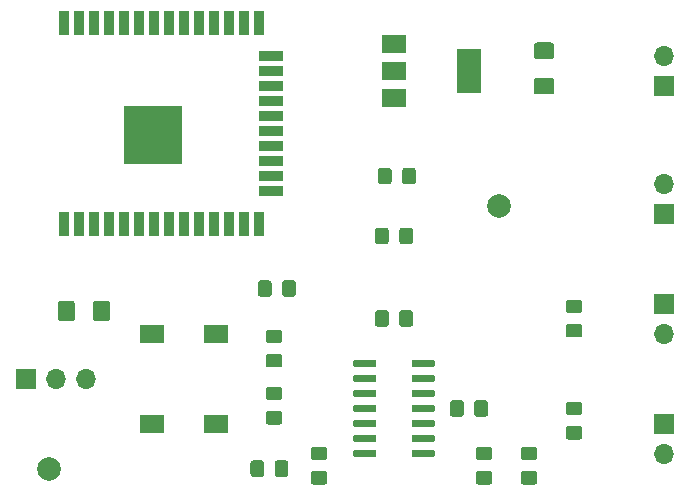
<source format=gbr>
G04 #@! TF.GenerationSoftware,KiCad,Pcbnew,(5.1.5)-3*
G04 #@! TF.CreationDate,2020-04-24T11:10:39-05:00*
G04 #@! TF.ProjectId,ESP32 Wroom energy meter,45535033-3220-4577-926f-6f6d20656e65,rev?*
G04 #@! TF.SameCoordinates,Original*
G04 #@! TF.FileFunction,Soldermask,Top*
G04 #@! TF.FilePolarity,Negative*
%FSLAX46Y46*%
G04 Gerber Fmt 4.6, Leading zero omitted, Abs format (unit mm)*
G04 Created by KiCad (PCBNEW (5.1.5)-3) date 2020-04-24 11:10:39*
%MOMM*%
%LPD*%
G04 APERTURE LIST*
%ADD10C,2.000000*%
%ADD11C,0.100000*%
%ADD12R,2.000000X1.500000*%
%ADD13R,2.000000X3.800000*%
%ADD14R,0.900000X2.000000*%
%ADD15R,2.000000X0.900000*%
%ADD16R,5.000000X5.000000*%
%ADD17R,2.000000X1.600000*%
%ADD18O,1.700000X1.700000*%
%ADD19R,1.700000X1.700000*%
G04 APERTURE END LIST*
D10*
X171450000Y-81915000D03*
X133350000Y-104140000D03*
D11*
G36*
X165874703Y-94950722D02*
G01*
X165889264Y-94952882D01*
X165903543Y-94956459D01*
X165917403Y-94961418D01*
X165930710Y-94967712D01*
X165943336Y-94975280D01*
X165955159Y-94984048D01*
X165966066Y-94993934D01*
X165975952Y-95004841D01*
X165984720Y-95016664D01*
X165992288Y-95029290D01*
X165998582Y-95042597D01*
X166003541Y-95056457D01*
X166007118Y-95070736D01*
X166009278Y-95085297D01*
X166010000Y-95100000D01*
X166010000Y-95400000D01*
X166009278Y-95414703D01*
X166007118Y-95429264D01*
X166003541Y-95443543D01*
X165998582Y-95457403D01*
X165992288Y-95470710D01*
X165984720Y-95483336D01*
X165975952Y-95495159D01*
X165966066Y-95506066D01*
X165955159Y-95515952D01*
X165943336Y-95524720D01*
X165930710Y-95532288D01*
X165917403Y-95538582D01*
X165903543Y-95543541D01*
X165889264Y-95547118D01*
X165874703Y-95549278D01*
X165860000Y-95550000D01*
X164210000Y-95550000D01*
X164195297Y-95549278D01*
X164180736Y-95547118D01*
X164166457Y-95543541D01*
X164152597Y-95538582D01*
X164139290Y-95532288D01*
X164126664Y-95524720D01*
X164114841Y-95515952D01*
X164103934Y-95506066D01*
X164094048Y-95495159D01*
X164085280Y-95483336D01*
X164077712Y-95470710D01*
X164071418Y-95457403D01*
X164066459Y-95443543D01*
X164062882Y-95429264D01*
X164060722Y-95414703D01*
X164060000Y-95400000D01*
X164060000Y-95100000D01*
X164060722Y-95085297D01*
X164062882Y-95070736D01*
X164066459Y-95056457D01*
X164071418Y-95042597D01*
X164077712Y-95029290D01*
X164085280Y-95016664D01*
X164094048Y-95004841D01*
X164103934Y-94993934D01*
X164114841Y-94984048D01*
X164126664Y-94975280D01*
X164139290Y-94967712D01*
X164152597Y-94961418D01*
X164166457Y-94956459D01*
X164180736Y-94952882D01*
X164195297Y-94950722D01*
X164210000Y-94950000D01*
X165860000Y-94950000D01*
X165874703Y-94950722D01*
G37*
G36*
X165874703Y-96220722D02*
G01*
X165889264Y-96222882D01*
X165903543Y-96226459D01*
X165917403Y-96231418D01*
X165930710Y-96237712D01*
X165943336Y-96245280D01*
X165955159Y-96254048D01*
X165966066Y-96263934D01*
X165975952Y-96274841D01*
X165984720Y-96286664D01*
X165992288Y-96299290D01*
X165998582Y-96312597D01*
X166003541Y-96326457D01*
X166007118Y-96340736D01*
X166009278Y-96355297D01*
X166010000Y-96370000D01*
X166010000Y-96670000D01*
X166009278Y-96684703D01*
X166007118Y-96699264D01*
X166003541Y-96713543D01*
X165998582Y-96727403D01*
X165992288Y-96740710D01*
X165984720Y-96753336D01*
X165975952Y-96765159D01*
X165966066Y-96776066D01*
X165955159Y-96785952D01*
X165943336Y-96794720D01*
X165930710Y-96802288D01*
X165917403Y-96808582D01*
X165903543Y-96813541D01*
X165889264Y-96817118D01*
X165874703Y-96819278D01*
X165860000Y-96820000D01*
X164210000Y-96820000D01*
X164195297Y-96819278D01*
X164180736Y-96817118D01*
X164166457Y-96813541D01*
X164152597Y-96808582D01*
X164139290Y-96802288D01*
X164126664Y-96794720D01*
X164114841Y-96785952D01*
X164103934Y-96776066D01*
X164094048Y-96765159D01*
X164085280Y-96753336D01*
X164077712Y-96740710D01*
X164071418Y-96727403D01*
X164066459Y-96713543D01*
X164062882Y-96699264D01*
X164060722Y-96684703D01*
X164060000Y-96670000D01*
X164060000Y-96370000D01*
X164060722Y-96355297D01*
X164062882Y-96340736D01*
X164066459Y-96326457D01*
X164071418Y-96312597D01*
X164077712Y-96299290D01*
X164085280Y-96286664D01*
X164094048Y-96274841D01*
X164103934Y-96263934D01*
X164114841Y-96254048D01*
X164126664Y-96245280D01*
X164139290Y-96237712D01*
X164152597Y-96231418D01*
X164166457Y-96226459D01*
X164180736Y-96222882D01*
X164195297Y-96220722D01*
X164210000Y-96220000D01*
X165860000Y-96220000D01*
X165874703Y-96220722D01*
G37*
G36*
X165874703Y-97490722D02*
G01*
X165889264Y-97492882D01*
X165903543Y-97496459D01*
X165917403Y-97501418D01*
X165930710Y-97507712D01*
X165943336Y-97515280D01*
X165955159Y-97524048D01*
X165966066Y-97533934D01*
X165975952Y-97544841D01*
X165984720Y-97556664D01*
X165992288Y-97569290D01*
X165998582Y-97582597D01*
X166003541Y-97596457D01*
X166007118Y-97610736D01*
X166009278Y-97625297D01*
X166010000Y-97640000D01*
X166010000Y-97940000D01*
X166009278Y-97954703D01*
X166007118Y-97969264D01*
X166003541Y-97983543D01*
X165998582Y-97997403D01*
X165992288Y-98010710D01*
X165984720Y-98023336D01*
X165975952Y-98035159D01*
X165966066Y-98046066D01*
X165955159Y-98055952D01*
X165943336Y-98064720D01*
X165930710Y-98072288D01*
X165917403Y-98078582D01*
X165903543Y-98083541D01*
X165889264Y-98087118D01*
X165874703Y-98089278D01*
X165860000Y-98090000D01*
X164210000Y-98090000D01*
X164195297Y-98089278D01*
X164180736Y-98087118D01*
X164166457Y-98083541D01*
X164152597Y-98078582D01*
X164139290Y-98072288D01*
X164126664Y-98064720D01*
X164114841Y-98055952D01*
X164103934Y-98046066D01*
X164094048Y-98035159D01*
X164085280Y-98023336D01*
X164077712Y-98010710D01*
X164071418Y-97997403D01*
X164066459Y-97983543D01*
X164062882Y-97969264D01*
X164060722Y-97954703D01*
X164060000Y-97940000D01*
X164060000Y-97640000D01*
X164060722Y-97625297D01*
X164062882Y-97610736D01*
X164066459Y-97596457D01*
X164071418Y-97582597D01*
X164077712Y-97569290D01*
X164085280Y-97556664D01*
X164094048Y-97544841D01*
X164103934Y-97533934D01*
X164114841Y-97524048D01*
X164126664Y-97515280D01*
X164139290Y-97507712D01*
X164152597Y-97501418D01*
X164166457Y-97496459D01*
X164180736Y-97492882D01*
X164195297Y-97490722D01*
X164210000Y-97490000D01*
X165860000Y-97490000D01*
X165874703Y-97490722D01*
G37*
G36*
X165874703Y-98760722D02*
G01*
X165889264Y-98762882D01*
X165903543Y-98766459D01*
X165917403Y-98771418D01*
X165930710Y-98777712D01*
X165943336Y-98785280D01*
X165955159Y-98794048D01*
X165966066Y-98803934D01*
X165975952Y-98814841D01*
X165984720Y-98826664D01*
X165992288Y-98839290D01*
X165998582Y-98852597D01*
X166003541Y-98866457D01*
X166007118Y-98880736D01*
X166009278Y-98895297D01*
X166010000Y-98910000D01*
X166010000Y-99210000D01*
X166009278Y-99224703D01*
X166007118Y-99239264D01*
X166003541Y-99253543D01*
X165998582Y-99267403D01*
X165992288Y-99280710D01*
X165984720Y-99293336D01*
X165975952Y-99305159D01*
X165966066Y-99316066D01*
X165955159Y-99325952D01*
X165943336Y-99334720D01*
X165930710Y-99342288D01*
X165917403Y-99348582D01*
X165903543Y-99353541D01*
X165889264Y-99357118D01*
X165874703Y-99359278D01*
X165860000Y-99360000D01*
X164210000Y-99360000D01*
X164195297Y-99359278D01*
X164180736Y-99357118D01*
X164166457Y-99353541D01*
X164152597Y-99348582D01*
X164139290Y-99342288D01*
X164126664Y-99334720D01*
X164114841Y-99325952D01*
X164103934Y-99316066D01*
X164094048Y-99305159D01*
X164085280Y-99293336D01*
X164077712Y-99280710D01*
X164071418Y-99267403D01*
X164066459Y-99253543D01*
X164062882Y-99239264D01*
X164060722Y-99224703D01*
X164060000Y-99210000D01*
X164060000Y-98910000D01*
X164060722Y-98895297D01*
X164062882Y-98880736D01*
X164066459Y-98866457D01*
X164071418Y-98852597D01*
X164077712Y-98839290D01*
X164085280Y-98826664D01*
X164094048Y-98814841D01*
X164103934Y-98803934D01*
X164114841Y-98794048D01*
X164126664Y-98785280D01*
X164139290Y-98777712D01*
X164152597Y-98771418D01*
X164166457Y-98766459D01*
X164180736Y-98762882D01*
X164195297Y-98760722D01*
X164210000Y-98760000D01*
X165860000Y-98760000D01*
X165874703Y-98760722D01*
G37*
G36*
X165874703Y-100030722D02*
G01*
X165889264Y-100032882D01*
X165903543Y-100036459D01*
X165917403Y-100041418D01*
X165930710Y-100047712D01*
X165943336Y-100055280D01*
X165955159Y-100064048D01*
X165966066Y-100073934D01*
X165975952Y-100084841D01*
X165984720Y-100096664D01*
X165992288Y-100109290D01*
X165998582Y-100122597D01*
X166003541Y-100136457D01*
X166007118Y-100150736D01*
X166009278Y-100165297D01*
X166010000Y-100180000D01*
X166010000Y-100480000D01*
X166009278Y-100494703D01*
X166007118Y-100509264D01*
X166003541Y-100523543D01*
X165998582Y-100537403D01*
X165992288Y-100550710D01*
X165984720Y-100563336D01*
X165975952Y-100575159D01*
X165966066Y-100586066D01*
X165955159Y-100595952D01*
X165943336Y-100604720D01*
X165930710Y-100612288D01*
X165917403Y-100618582D01*
X165903543Y-100623541D01*
X165889264Y-100627118D01*
X165874703Y-100629278D01*
X165860000Y-100630000D01*
X164210000Y-100630000D01*
X164195297Y-100629278D01*
X164180736Y-100627118D01*
X164166457Y-100623541D01*
X164152597Y-100618582D01*
X164139290Y-100612288D01*
X164126664Y-100604720D01*
X164114841Y-100595952D01*
X164103934Y-100586066D01*
X164094048Y-100575159D01*
X164085280Y-100563336D01*
X164077712Y-100550710D01*
X164071418Y-100537403D01*
X164066459Y-100523543D01*
X164062882Y-100509264D01*
X164060722Y-100494703D01*
X164060000Y-100480000D01*
X164060000Y-100180000D01*
X164060722Y-100165297D01*
X164062882Y-100150736D01*
X164066459Y-100136457D01*
X164071418Y-100122597D01*
X164077712Y-100109290D01*
X164085280Y-100096664D01*
X164094048Y-100084841D01*
X164103934Y-100073934D01*
X164114841Y-100064048D01*
X164126664Y-100055280D01*
X164139290Y-100047712D01*
X164152597Y-100041418D01*
X164166457Y-100036459D01*
X164180736Y-100032882D01*
X164195297Y-100030722D01*
X164210000Y-100030000D01*
X165860000Y-100030000D01*
X165874703Y-100030722D01*
G37*
G36*
X165874703Y-101300722D02*
G01*
X165889264Y-101302882D01*
X165903543Y-101306459D01*
X165917403Y-101311418D01*
X165930710Y-101317712D01*
X165943336Y-101325280D01*
X165955159Y-101334048D01*
X165966066Y-101343934D01*
X165975952Y-101354841D01*
X165984720Y-101366664D01*
X165992288Y-101379290D01*
X165998582Y-101392597D01*
X166003541Y-101406457D01*
X166007118Y-101420736D01*
X166009278Y-101435297D01*
X166010000Y-101450000D01*
X166010000Y-101750000D01*
X166009278Y-101764703D01*
X166007118Y-101779264D01*
X166003541Y-101793543D01*
X165998582Y-101807403D01*
X165992288Y-101820710D01*
X165984720Y-101833336D01*
X165975952Y-101845159D01*
X165966066Y-101856066D01*
X165955159Y-101865952D01*
X165943336Y-101874720D01*
X165930710Y-101882288D01*
X165917403Y-101888582D01*
X165903543Y-101893541D01*
X165889264Y-101897118D01*
X165874703Y-101899278D01*
X165860000Y-101900000D01*
X164210000Y-101900000D01*
X164195297Y-101899278D01*
X164180736Y-101897118D01*
X164166457Y-101893541D01*
X164152597Y-101888582D01*
X164139290Y-101882288D01*
X164126664Y-101874720D01*
X164114841Y-101865952D01*
X164103934Y-101856066D01*
X164094048Y-101845159D01*
X164085280Y-101833336D01*
X164077712Y-101820710D01*
X164071418Y-101807403D01*
X164066459Y-101793543D01*
X164062882Y-101779264D01*
X164060722Y-101764703D01*
X164060000Y-101750000D01*
X164060000Y-101450000D01*
X164060722Y-101435297D01*
X164062882Y-101420736D01*
X164066459Y-101406457D01*
X164071418Y-101392597D01*
X164077712Y-101379290D01*
X164085280Y-101366664D01*
X164094048Y-101354841D01*
X164103934Y-101343934D01*
X164114841Y-101334048D01*
X164126664Y-101325280D01*
X164139290Y-101317712D01*
X164152597Y-101311418D01*
X164166457Y-101306459D01*
X164180736Y-101302882D01*
X164195297Y-101300722D01*
X164210000Y-101300000D01*
X165860000Y-101300000D01*
X165874703Y-101300722D01*
G37*
G36*
X165874703Y-102570722D02*
G01*
X165889264Y-102572882D01*
X165903543Y-102576459D01*
X165917403Y-102581418D01*
X165930710Y-102587712D01*
X165943336Y-102595280D01*
X165955159Y-102604048D01*
X165966066Y-102613934D01*
X165975952Y-102624841D01*
X165984720Y-102636664D01*
X165992288Y-102649290D01*
X165998582Y-102662597D01*
X166003541Y-102676457D01*
X166007118Y-102690736D01*
X166009278Y-102705297D01*
X166010000Y-102720000D01*
X166010000Y-103020000D01*
X166009278Y-103034703D01*
X166007118Y-103049264D01*
X166003541Y-103063543D01*
X165998582Y-103077403D01*
X165992288Y-103090710D01*
X165984720Y-103103336D01*
X165975952Y-103115159D01*
X165966066Y-103126066D01*
X165955159Y-103135952D01*
X165943336Y-103144720D01*
X165930710Y-103152288D01*
X165917403Y-103158582D01*
X165903543Y-103163541D01*
X165889264Y-103167118D01*
X165874703Y-103169278D01*
X165860000Y-103170000D01*
X164210000Y-103170000D01*
X164195297Y-103169278D01*
X164180736Y-103167118D01*
X164166457Y-103163541D01*
X164152597Y-103158582D01*
X164139290Y-103152288D01*
X164126664Y-103144720D01*
X164114841Y-103135952D01*
X164103934Y-103126066D01*
X164094048Y-103115159D01*
X164085280Y-103103336D01*
X164077712Y-103090710D01*
X164071418Y-103077403D01*
X164066459Y-103063543D01*
X164062882Y-103049264D01*
X164060722Y-103034703D01*
X164060000Y-103020000D01*
X164060000Y-102720000D01*
X164060722Y-102705297D01*
X164062882Y-102690736D01*
X164066459Y-102676457D01*
X164071418Y-102662597D01*
X164077712Y-102649290D01*
X164085280Y-102636664D01*
X164094048Y-102624841D01*
X164103934Y-102613934D01*
X164114841Y-102604048D01*
X164126664Y-102595280D01*
X164139290Y-102587712D01*
X164152597Y-102581418D01*
X164166457Y-102576459D01*
X164180736Y-102572882D01*
X164195297Y-102570722D01*
X164210000Y-102570000D01*
X165860000Y-102570000D01*
X165874703Y-102570722D01*
G37*
G36*
X160924703Y-102570722D02*
G01*
X160939264Y-102572882D01*
X160953543Y-102576459D01*
X160967403Y-102581418D01*
X160980710Y-102587712D01*
X160993336Y-102595280D01*
X161005159Y-102604048D01*
X161016066Y-102613934D01*
X161025952Y-102624841D01*
X161034720Y-102636664D01*
X161042288Y-102649290D01*
X161048582Y-102662597D01*
X161053541Y-102676457D01*
X161057118Y-102690736D01*
X161059278Y-102705297D01*
X161060000Y-102720000D01*
X161060000Y-103020000D01*
X161059278Y-103034703D01*
X161057118Y-103049264D01*
X161053541Y-103063543D01*
X161048582Y-103077403D01*
X161042288Y-103090710D01*
X161034720Y-103103336D01*
X161025952Y-103115159D01*
X161016066Y-103126066D01*
X161005159Y-103135952D01*
X160993336Y-103144720D01*
X160980710Y-103152288D01*
X160967403Y-103158582D01*
X160953543Y-103163541D01*
X160939264Y-103167118D01*
X160924703Y-103169278D01*
X160910000Y-103170000D01*
X159260000Y-103170000D01*
X159245297Y-103169278D01*
X159230736Y-103167118D01*
X159216457Y-103163541D01*
X159202597Y-103158582D01*
X159189290Y-103152288D01*
X159176664Y-103144720D01*
X159164841Y-103135952D01*
X159153934Y-103126066D01*
X159144048Y-103115159D01*
X159135280Y-103103336D01*
X159127712Y-103090710D01*
X159121418Y-103077403D01*
X159116459Y-103063543D01*
X159112882Y-103049264D01*
X159110722Y-103034703D01*
X159110000Y-103020000D01*
X159110000Y-102720000D01*
X159110722Y-102705297D01*
X159112882Y-102690736D01*
X159116459Y-102676457D01*
X159121418Y-102662597D01*
X159127712Y-102649290D01*
X159135280Y-102636664D01*
X159144048Y-102624841D01*
X159153934Y-102613934D01*
X159164841Y-102604048D01*
X159176664Y-102595280D01*
X159189290Y-102587712D01*
X159202597Y-102581418D01*
X159216457Y-102576459D01*
X159230736Y-102572882D01*
X159245297Y-102570722D01*
X159260000Y-102570000D01*
X160910000Y-102570000D01*
X160924703Y-102570722D01*
G37*
G36*
X160924703Y-101300722D02*
G01*
X160939264Y-101302882D01*
X160953543Y-101306459D01*
X160967403Y-101311418D01*
X160980710Y-101317712D01*
X160993336Y-101325280D01*
X161005159Y-101334048D01*
X161016066Y-101343934D01*
X161025952Y-101354841D01*
X161034720Y-101366664D01*
X161042288Y-101379290D01*
X161048582Y-101392597D01*
X161053541Y-101406457D01*
X161057118Y-101420736D01*
X161059278Y-101435297D01*
X161060000Y-101450000D01*
X161060000Y-101750000D01*
X161059278Y-101764703D01*
X161057118Y-101779264D01*
X161053541Y-101793543D01*
X161048582Y-101807403D01*
X161042288Y-101820710D01*
X161034720Y-101833336D01*
X161025952Y-101845159D01*
X161016066Y-101856066D01*
X161005159Y-101865952D01*
X160993336Y-101874720D01*
X160980710Y-101882288D01*
X160967403Y-101888582D01*
X160953543Y-101893541D01*
X160939264Y-101897118D01*
X160924703Y-101899278D01*
X160910000Y-101900000D01*
X159260000Y-101900000D01*
X159245297Y-101899278D01*
X159230736Y-101897118D01*
X159216457Y-101893541D01*
X159202597Y-101888582D01*
X159189290Y-101882288D01*
X159176664Y-101874720D01*
X159164841Y-101865952D01*
X159153934Y-101856066D01*
X159144048Y-101845159D01*
X159135280Y-101833336D01*
X159127712Y-101820710D01*
X159121418Y-101807403D01*
X159116459Y-101793543D01*
X159112882Y-101779264D01*
X159110722Y-101764703D01*
X159110000Y-101750000D01*
X159110000Y-101450000D01*
X159110722Y-101435297D01*
X159112882Y-101420736D01*
X159116459Y-101406457D01*
X159121418Y-101392597D01*
X159127712Y-101379290D01*
X159135280Y-101366664D01*
X159144048Y-101354841D01*
X159153934Y-101343934D01*
X159164841Y-101334048D01*
X159176664Y-101325280D01*
X159189290Y-101317712D01*
X159202597Y-101311418D01*
X159216457Y-101306459D01*
X159230736Y-101302882D01*
X159245297Y-101300722D01*
X159260000Y-101300000D01*
X160910000Y-101300000D01*
X160924703Y-101300722D01*
G37*
G36*
X160924703Y-100030722D02*
G01*
X160939264Y-100032882D01*
X160953543Y-100036459D01*
X160967403Y-100041418D01*
X160980710Y-100047712D01*
X160993336Y-100055280D01*
X161005159Y-100064048D01*
X161016066Y-100073934D01*
X161025952Y-100084841D01*
X161034720Y-100096664D01*
X161042288Y-100109290D01*
X161048582Y-100122597D01*
X161053541Y-100136457D01*
X161057118Y-100150736D01*
X161059278Y-100165297D01*
X161060000Y-100180000D01*
X161060000Y-100480000D01*
X161059278Y-100494703D01*
X161057118Y-100509264D01*
X161053541Y-100523543D01*
X161048582Y-100537403D01*
X161042288Y-100550710D01*
X161034720Y-100563336D01*
X161025952Y-100575159D01*
X161016066Y-100586066D01*
X161005159Y-100595952D01*
X160993336Y-100604720D01*
X160980710Y-100612288D01*
X160967403Y-100618582D01*
X160953543Y-100623541D01*
X160939264Y-100627118D01*
X160924703Y-100629278D01*
X160910000Y-100630000D01*
X159260000Y-100630000D01*
X159245297Y-100629278D01*
X159230736Y-100627118D01*
X159216457Y-100623541D01*
X159202597Y-100618582D01*
X159189290Y-100612288D01*
X159176664Y-100604720D01*
X159164841Y-100595952D01*
X159153934Y-100586066D01*
X159144048Y-100575159D01*
X159135280Y-100563336D01*
X159127712Y-100550710D01*
X159121418Y-100537403D01*
X159116459Y-100523543D01*
X159112882Y-100509264D01*
X159110722Y-100494703D01*
X159110000Y-100480000D01*
X159110000Y-100180000D01*
X159110722Y-100165297D01*
X159112882Y-100150736D01*
X159116459Y-100136457D01*
X159121418Y-100122597D01*
X159127712Y-100109290D01*
X159135280Y-100096664D01*
X159144048Y-100084841D01*
X159153934Y-100073934D01*
X159164841Y-100064048D01*
X159176664Y-100055280D01*
X159189290Y-100047712D01*
X159202597Y-100041418D01*
X159216457Y-100036459D01*
X159230736Y-100032882D01*
X159245297Y-100030722D01*
X159260000Y-100030000D01*
X160910000Y-100030000D01*
X160924703Y-100030722D01*
G37*
G36*
X160924703Y-98760722D02*
G01*
X160939264Y-98762882D01*
X160953543Y-98766459D01*
X160967403Y-98771418D01*
X160980710Y-98777712D01*
X160993336Y-98785280D01*
X161005159Y-98794048D01*
X161016066Y-98803934D01*
X161025952Y-98814841D01*
X161034720Y-98826664D01*
X161042288Y-98839290D01*
X161048582Y-98852597D01*
X161053541Y-98866457D01*
X161057118Y-98880736D01*
X161059278Y-98895297D01*
X161060000Y-98910000D01*
X161060000Y-99210000D01*
X161059278Y-99224703D01*
X161057118Y-99239264D01*
X161053541Y-99253543D01*
X161048582Y-99267403D01*
X161042288Y-99280710D01*
X161034720Y-99293336D01*
X161025952Y-99305159D01*
X161016066Y-99316066D01*
X161005159Y-99325952D01*
X160993336Y-99334720D01*
X160980710Y-99342288D01*
X160967403Y-99348582D01*
X160953543Y-99353541D01*
X160939264Y-99357118D01*
X160924703Y-99359278D01*
X160910000Y-99360000D01*
X159260000Y-99360000D01*
X159245297Y-99359278D01*
X159230736Y-99357118D01*
X159216457Y-99353541D01*
X159202597Y-99348582D01*
X159189290Y-99342288D01*
X159176664Y-99334720D01*
X159164841Y-99325952D01*
X159153934Y-99316066D01*
X159144048Y-99305159D01*
X159135280Y-99293336D01*
X159127712Y-99280710D01*
X159121418Y-99267403D01*
X159116459Y-99253543D01*
X159112882Y-99239264D01*
X159110722Y-99224703D01*
X159110000Y-99210000D01*
X159110000Y-98910000D01*
X159110722Y-98895297D01*
X159112882Y-98880736D01*
X159116459Y-98866457D01*
X159121418Y-98852597D01*
X159127712Y-98839290D01*
X159135280Y-98826664D01*
X159144048Y-98814841D01*
X159153934Y-98803934D01*
X159164841Y-98794048D01*
X159176664Y-98785280D01*
X159189290Y-98777712D01*
X159202597Y-98771418D01*
X159216457Y-98766459D01*
X159230736Y-98762882D01*
X159245297Y-98760722D01*
X159260000Y-98760000D01*
X160910000Y-98760000D01*
X160924703Y-98760722D01*
G37*
G36*
X160924703Y-97490722D02*
G01*
X160939264Y-97492882D01*
X160953543Y-97496459D01*
X160967403Y-97501418D01*
X160980710Y-97507712D01*
X160993336Y-97515280D01*
X161005159Y-97524048D01*
X161016066Y-97533934D01*
X161025952Y-97544841D01*
X161034720Y-97556664D01*
X161042288Y-97569290D01*
X161048582Y-97582597D01*
X161053541Y-97596457D01*
X161057118Y-97610736D01*
X161059278Y-97625297D01*
X161060000Y-97640000D01*
X161060000Y-97940000D01*
X161059278Y-97954703D01*
X161057118Y-97969264D01*
X161053541Y-97983543D01*
X161048582Y-97997403D01*
X161042288Y-98010710D01*
X161034720Y-98023336D01*
X161025952Y-98035159D01*
X161016066Y-98046066D01*
X161005159Y-98055952D01*
X160993336Y-98064720D01*
X160980710Y-98072288D01*
X160967403Y-98078582D01*
X160953543Y-98083541D01*
X160939264Y-98087118D01*
X160924703Y-98089278D01*
X160910000Y-98090000D01*
X159260000Y-98090000D01*
X159245297Y-98089278D01*
X159230736Y-98087118D01*
X159216457Y-98083541D01*
X159202597Y-98078582D01*
X159189290Y-98072288D01*
X159176664Y-98064720D01*
X159164841Y-98055952D01*
X159153934Y-98046066D01*
X159144048Y-98035159D01*
X159135280Y-98023336D01*
X159127712Y-98010710D01*
X159121418Y-97997403D01*
X159116459Y-97983543D01*
X159112882Y-97969264D01*
X159110722Y-97954703D01*
X159110000Y-97940000D01*
X159110000Y-97640000D01*
X159110722Y-97625297D01*
X159112882Y-97610736D01*
X159116459Y-97596457D01*
X159121418Y-97582597D01*
X159127712Y-97569290D01*
X159135280Y-97556664D01*
X159144048Y-97544841D01*
X159153934Y-97533934D01*
X159164841Y-97524048D01*
X159176664Y-97515280D01*
X159189290Y-97507712D01*
X159202597Y-97501418D01*
X159216457Y-97496459D01*
X159230736Y-97492882D01*
X159245297Y-97490722D01*
X159260000Y-97490000D01*
X160910000Y-97490000D01*
X160924703Y-97490722D01*
G37*
G36*
X160924703Y-96220722D02*
G01*
X160939264Y-96222882D01*
X160953543Y-96226459D01*
X160967403Y-96231418D01*
X160980710Y-96237712D01*
X160993336Y-96245280D01*
X161005159Y-96254048D01*
X161016066Y-96263934D01*
X161025952Y-96274841D01*
X161034720Y-96286664D01*
X161042288Y-96299290D01*
X161048582Y-96312597D01*
X161053541Y-96326457D01*
X161057118Y-96340736D01*
X161059278Y-96355297D01*
X161060000Y-96370000D01*
X161060000Y-96670000D01*
X161059278Y-96684703D01*
X161057118Y-96699264D01*
X161053541Y-96713543D01*
X161048582Y-96727403D01*
X161042288Y-96740710D01*
X161034720Y-96753336D01*
X161025952Y-96765159D01*
X161016066Y-96776066D01*
X161005159Y-96785952D01*
X160993336Y-96794720D01*
X160980710Y-96802288D01*
X160967403Y-96808582D01*
X160953543Y-96813541D01*
X160939264Y-96817118D01*
X160924703Y-96819278D01*
X160910000Y-96820000D01*
X159260000Y-96820000D01*
X159245297Y-96819278D01*
X159230736Y-96817118D01*
X159216457Y-96813541D01*
X159202597Y-96808582D01*
X159189290Y-96802288D01*
X159176664Y-96794720D01*
X159164841Y-96785952D01*
X159153934Y-96776066D01*
X159144048Y-96765159D01*
X159135280Y-96753336D01*
X159127712Y-96740710D01*
X159121418Y-96727403D01*
X159116459Y-96713543D01*
X159112882Y-96699264D01*
X159110722Y-96684703D01*
X159110000Y-96670000D01*
X159110000Y-96370000D01*
X159110722Y-96355297D01*
X159112882Y-96340736D01*
X159116459Y-96326457D01*
X159121418Y-96312597D01*
X159127712Y-96299290D01*
X159135280Y-96286664D01*
X159144048Y-96274841D01*
X159153934Y-96263934D01*
X159164841Y-96254048D01*
X159176664Y-96245280D01*
X159189290Y-96237712D01*
X159202597Y-96231418D01*
X159216457Y-96226459D01*
X159230736Y-96222882D01*
X159245297Y-96220722D01*
X159260000Y-96220000D01*
X160910000Y-96220000D01*
X160924703Y-96220722D01*
G37*
G36*
X160924703Y-94950722D02*
G01*
X160939264Y-94952882D01*
X160953543Y-94956459D01*
X160967403Y-94961418D01*
X160980710Y-94967712D01*
X160993336Y-94975280D01*
X161005159Y-94984048D01*
X161016066Y-94993934D01*
X161025952Y-95004841D01*
X161034720Y-95016664D01*
X161042288Y-95029290D01*
X161048582Y-95042597D01*
X161053541Y-95056457D01*
X161057118Y-95070736D01*
X161059278Y-95085297D01*
X161060000Y-95100000D01*
X161060000Y-95400000D01*
X161059278Y-95414703D01*
X161057118Y-95429264D01*
X161053541Y-95443543D01*
X161048582Y-95457403D01*
X161042288Y-95470710D01*
X161034720Y-95483336D01*
X161025952Y-95495159D01*
X161016066Y-95506066D01*
X161005159Y-95515952D01*
X160993336Y-95524720D01*
X160980710Y-95532288D01*
X160967403Y-95538582D01*
X160953543Y-95543541D01*
X160939264Y-95547118D01*
X160924703Y-95549278D01*
X160910000Y-95550000D01*
X159260000Y-95550000D01*
X159245297Y-95549278D01*
X159230736Y-95547118D01*
X159216457Y-95543541D01*
X159202597Y-95538582D01*
X159189290Y-95532288D01*
X159176664Y-95524720D01*
X159164841Y-95515952D01*
X159153934Y-95506066D01*
X159144048Y-95495159D01*
X159135280Y-95483336D01*
X159127712Y-95470710D01*
X159121418Y-95457403D01*
X159116459Y-95443543D01*
X159112882Y-95429264D01*
X159110722Y-95414703D01*
X159110000Y-95400000D01*
X159110000Y-95100000D01*
X159110722Y-95085297D01*
X159112882Y-95070736D01*
X159116459Y-95056457D01*
X159121418Y-95042597D01*
X159127712Y-95029290D01*
X159135280Y-95016664D01*
X159144048Y-95004841D01*
X159153934Y-94993934D01*
X159164841Y-94984048D01*
X159176664Y-94975280D01*
X159189290Y-94967712D01*
X159202597Y-94961418D01*
X159216457Y-94956459D01*
X159230736Y-94952882D01*
X159245297Y-94950722D01*
X159260000Y-94950000D01*
X160910000Y-94950000D01*
X160924703Y-94950722D01*
G37*
D12*
X162585000Y-68185000D03*
X162585000Y-72785000D03*
X162585000Y-70485000D03*
D13*
X168885000Y-70485000D03*
D14*
X134620000Y-66430000D03*
X135890000Y-66430000D03*
X137160000Y-66430000D03*
X138430000Y-66430000D03*
X139700000Y-66430000D03*
X140970000Y-66430000D03*
X142240000Y-66430000D03*
X143510000Y-66430000D03*
X144780000Y-66430000D03*
X146050000Y-66430000D03*
X147320000Y-66430000D03*
X148590000Y-66430000D03*
X149860000Y-66430000D03*
X151130000Y-66430000D03*
D15*
X152130000Y-69215000D03*
X152130000Y-70485000D03*
X152130000Y-71755000D03*
X152130000Y-73025000D03*
X152130000Y-74295000D03*
X152130000Y-75565000D03*
X152130000Y-76835000D03*
X152130000Y-78105000D03*
X152130000Y-79375000D03*
X152130000Y-80645000D03*
D14*
X151130000Y-83430000D03*
X149860000Y-83430000D03*
X148590000Y-83430000D03*
X147320000Y-83430000D03*
X146050000Y-83430000D03*
X144780000Y-83430000D03*
X143510000Y-83430000D03*
X142240000Y-83430000D03*
X140970000Y-83430000D03*
X139700000Y-83430000D03*
X138430000Y-83430000D03*
X137160000Y-83430000D03*
X135890000Y-83430000D03*
X134620000Y-83430000D03*
D16*
X142120000Y-75930000D03*
D17*
X147480000Y-100330000D03*
X142080000Y-100330000D03*
X142080000Y-92710000D03*
X147480000Y-92710000D03*
D11*
G36*
X162129505Y-78676204D02*
G01*
X162153773Y-78679804D01*
X162177572Y-78685765D01*
X162200671Y-78694030D01*
X162222850Y-78704520D01*
X162243893Y-78717132D01*
X162263599Y-78731747D01*
X162281777Y-78748223D01*
X162298253Y-78766401D01*
X162312868Y-78786107D01*
X162325480Y-78807150D01*
X162335970Y-78829329D01*
X162344235Y-78852428D01*
X162350196Y-78876227D01*
X162353796Y-78900495D01*
X162355000Y-78924999D01*
X162355000Y-79825001D01*
X162353796Y-79849505D01*
X162350196Y-79873773D01*
X162344235Y-79897572D01*
X162335970Y-79920671D01*
X162325480Y-79942850D01*
X162312868Y-79963893D01*
X162298253Y-79983599D01*
X162281777Y-80001777D01*
X162263599Y-80018253D01*
X162243893Y-80032868D01*
X162222850Y-80045480D01*
X162200671Y-80055970D01*
X162177572Y-80064235D01*
X162153773Y-80070196D01*
X162129505Y-80073796D01*
X162105001Y-80075000D01*
X161454999Y-80075000D01*
X161430495Y-80073796D01*
X161406227Y-80070196D01*
X161382428Y-80064235D01*
X161359329Y-80055970D01*
X161337150Y-80045480D01*
X161316107Y-80032868D01*
X161296401Y-80018253D01*
X161278223Y-80001777D01*
X161261747Y-79983599D01*
X161247132Y-79963893D01*
X161234520Y-79942850D01*
X161224030Y-79920671D01*
X161215765Y-79897572D01*
X161209804Y-79873773D01*
X161206204Y-79849505D01*
X161205000Y-79825001D01*
X161205000Y-78924999D01*
X161206204Y-78900495D01*
X161209804Y-78876227D01*
X161215765Y-78852428D01*
X161224030Y-78829329D01*
X161234520Y-78807150D01*
X161247132Y-78786107D01*
X161261747Y-78766401D01*
X161278223Y-78748223D01*
X161296401Y-78731747D01*
X161316107Y-78717132D01*
X161337150Y-78704520D01*
X161359329Y-78694030D01*
X161382428Y-78685765D01*
X161406227Y-78679804D01*
X161430495Y-78676204D01*
X161454999Y-78675000D01*
X162105001Y-78675000D01*
X162129505Y-78676204D01*
G37*
G36*
X164179505Y-78676204D02*
G01*
X164203773Y-78679804D01*
X164227572Y-78685765D01*
X164250671Y-78694030D01*
X164272850Y-78704520D01*
X164293893Y-78717132D01*
X164313599Y-78731747D01*
X164331777Y-78748223D01*
X164348253Y-78766401D01*
X164362868Y-78786107D01*
X164375480Y-78807150D01*
X164385970Y-78829329D01*
X164394235Y-78852428D01*
X164400196Y-78876227D01*
X164403796Y-78900495D01*
X164405000Y-78924999D01*
X164405000Y-79825001D01*
X164403796Y-79849505D01*
X164400196Y-79873773D01*
X164394235Y-79897572D01*
X164385970Y-79920671D01*
X164375480Y-79942850D01*
X164362868Y-79963893D01*
X164348253Y-79983599D01*
X164331777Y-80001777D01*
X164313599Y-80018253D01*
X164293893Y-80032868D01*
X164272850Y-80045480D01*
X164250671Y-80055970D01*
X164227572Y-80064235D01*
X164203773Y-80070196D01*
X164179505Y-80073796D01*
X164155001Y-80075000D01*
X163504999Y-80075000D01*
X163480495Y-80073796D01*
X163456227Y-80070196D01*
X163432428Y-80064235D01*
X163409329Y-80055970D01*
X163387150Y-80045480D01*
X163366107Y-80032868D01*
X163346401Y-80018253D01*
X163328223Y-80001777D01*
X163311747Y-79983599D01*
X163297132Y-79963893D01*
X163284520Y-79942850D01*
X163274030Y-79920671D01*
X163265765Y-79897572D01*
X163259804Y-79873773D01*
X163256204Y-79849505D01*
X163255000Y-79825001D01*
X163255000Y-78924999D01*
X163256204Y-78900495D01*
X163259804Y-78876227D01*
X163265765Y-78852428D01*
X163274030Y-78829329D01*
X163284520Y-78807150D01*
X163297132Y-78786107D01*
X163311747Y-78766401D01*
X163328223Y-78748223D01*
X163346401Y-78731747D01*
X163366107Y-78717132D01*
X163387150Y-78704520D01*
X163409329Y-78694030D01*
X163432428Y-78685765D01*
X163456227Y-78679804D01*
X163480495Y-78676204D01*
X163504999Y-78675000D01*
X164155001Y-78675000D01*
X164179505Y-78676204D01*
G37*
G36*
X152874505Y-92381204D02*
G01*
X152898773Y-92384804D01*
X152922572Y-92390765D01*
X152945671Y-92399030D01*
X152967850Y-92409520D01*
X152988893Y-92422132D01*
X153008599Y-92436747D01*
X153026777Y-92453223D01*
X153043253Y-92471401D01*
X153057868Y-92491107D01*
X153070480Y-92512150D01*
X153080970Y-92534329D01*
X153089235Y-92557428D01*
X153095196Y-92581227D01*
X153098796Y-92605495D01*
X153100000Y-92629999D01*
X153100000Y-93280001D01*
X153098796Y-93304505D01*
X153095196Y-93328773D01*
X153089235Y-93352572D01*
X153080970Y-93375671D01*
X153070480Y-93397850D01*
X153057868Y-93418893D01*
X153043253Y-93438599D01*
X153026777Y-93456777D01*
X153008599Y-93473253D01*
X152988893Y-93487868D01*
X152967850Y-93500480D01*
X152945671Y-93510970D01*
X152922572Y-93519235D01*
X152898773Y-93525196D01*
X152874505Y-93528796D01*
X152850001Y-93530000D01*
X151949999Y-93530000D01*
X151925495Y-93528796D01*
X151901227Y-93525196D01*
X151877428Y-93519235D01*
X151854329Y-93510970D01*
X151832150Y-93500480D01*
X151811107Y-93487868D01*
X151791401Y-93473253D01*
X151773223Y-93456777D01*
X151756747Y-93438599D01*
X151742132Y-93418893D01*
X151729520Y-93397850D01*
X151719030Y-93375671D01*
X151710765Y-93352572D01*
X151704804Y-93328773D01*
X151701204Y-93304505D01*
X151700000Y-93280001D01*
X151700000Y-92629999D01*
X151701204Y-92605495D01*
X151704804Y-92581227D01*
X151710765Y-92557428D01*
X151719030Y-92534329D01*
X151729520Y-92512150D01*
X151742132Y-92491107D01*
X151756747Y-92471401D01*
X151773223Y-92453223D01*
X151791401Y-92436747D01*
X151811107Y-92422132D01*
X151832150Y-92409520D01*
X151854329Y-92399030D01*
X151877428Y-92390765D01*
X151901227Y-92384804D01*
X151925495Y-92381204D01*
X151949999Y-92380000D01*
X152850001Y-92380000D01*
X152874505Y-92381204D01*
G37*
G36*
X152874505Y-94431204D02*
G01*
X152898773Y-94434804D01*
X152922572Y-94440765D01*
X152945671Y-94449030D01*
X152967850Y-94459520D01*
X152988893Y-94472132D01*
X153008599Y-94486747D01*
X153026777Y-94503223D01*
X153043253Y-94521401D01*
X153057868Y-94541107D01*
X153070480Y-94562150D01*
X153080970Y-94584329D01*
X153089235Y-94607428D01*
X153095196Y-94631227D01*
X153098796Y-94655495D01*
X153100000Y-94679999D01*
X153100000Y-95330001D01*
X153098796Y-95354505D01*
X153095196Y-95378773D01*
X153089235Y-95402572D01*
X153080970Y-95425671D01*
X153070480Y-95447850D01*
X153057868Y-95468893D01*
X153043253Y-95488599D01*
X153026777Y-95506777D01*
X153008599Y-95523253D01*
X152988893Y-95537868D01*
X152967850Y-95550480D01*
X152945671Y-95560970D01*
X152922572Y-95569235D01*
X152898773Y-95575196D01*
X152874505Y-95578796D01*
X152850001Y-95580000D01*
X151949999Y-95580000D01*
X151925495Y-95578796D01*
X151901227Y-95575196D01*
X151877428Y-95569235D01*
X151854329Y-95560970D01*
X151832150Y-95550480D01*
X151811107Y-95537868D01*
X151791401Y-95523253D01*
X151773223Y-95506777D01*
X151756747Y-95488599D01*
X151742132Y-95468893D01*
X151729520Y-95447850D01*
X151719030Y-95425671D01*
X151710765Y-95402572D01*
X151704804Y-95378773D01*
X151701204Y-95354505D01*
X151700000Y-95330001D01*
X151700000Y-94679999D01*
X151701204Y-94655495D01*
X151704804Y-94631227D01*
X151710765Y-94607428D01*
X151719030Y-94584329D01*
X151729520Y-94562150D01*
X151742132Y-94541107D01*
X151756747Y-94521401D01*
X151773223Y-94503223D01*
X151791401Y-94486747D01*
X151811107Y-94472132D01*
X151832150Y-94459520D01*
X151854329Y-94449030D01*
X151877428Y-94440765D01*
X151901227Y-94434804D01*
X151925495Y-94431204D01*
X151949999Y-94430000D01*
X152850001Y-94430000D01*
X152874505Y-94431204D01*
G37*
G36*
X153384505Y-103441204D02*
G01*
X153408773Y-103444804D01*
X153432572Y-103450765D01*
X153455671Y-103459030D01*
X153477850Y-103469520D01*
X153498893Y-103482132D01*
X153518599Y-103496747D01*
X153536777Y-103513223D01*
X153553253Y-103531401D01*
X153567868Y-103551107D01*
X153580480Y-103572150D01*
X153590970Y-103594329D01*
X153599235Y-103617428D01*
X153605196Y-103641227D01*
X153608796Y-103665495D01*
X153610000Y-103689999D01*
X153610000Y-104590001D01*
X153608796Y-104614505D01*
X153605196Y-104638773D01*
X153599235Y-104662572D01*
X153590970Y-104685671D01*
X153580480Y-104707850D01*
X153567868Y-104728893D01*
X153553253Y-104748599D01*
X153536777Y-104766777D01*
X153518599Y-104783253D01*
X153498893Y-104797868D01*
X153477850Y-104810480D01*
X153455671Y-104820970D01*
X153432572Y-104829235D01*
X153408773Y-104835196D01*
X153384505Y-104838796D01*
X153360001Y-104840000D01*
X152709999Y-104840000D01*
X152685495Y-104838796D01*
X152661227Y-104835196D01*
X152637428Y-104829235D01*
X152614329Y-104820970D01*
X152592150Y-104810480D01*
X152571107Y-104797868D01*
X152551401Y-104783253D01*
X152533223Y-104766777D01*
X152516747Y-104748599D01*
X152502132Y-104728893D01*
X152489520Y-104707850D01*
X152479030Y-104685671D01*
X152470765Y-104662572D01*
X152464804Y-104638773D01*
X152461204Y-104614505D01*
X152460000Y-104590001D01*
X152460000Y-103689999D01*
X152461204Y-103665495D01*
X152464804Y-103641227D01*
X152470765Y-103617428D01*
X152479030Y-103594329D01*
X152489520Y-103572150D01*
X152502132Y-103551107D01*
X152516747Y-103531401D01*
X152533223Y-103513223D01*
X152551401Y-103496747D01*
X152571107Y-103482132D01*
X152592150Y-103469520D01*
X152614329Y-103459030D01*
X152637428Y-103450765D01*
X152661227Y-103444804D01*
X152685495Y-103441204D01*
X152709999Y-103440000D01*
X153360001Y-103440000D01*
X153384505Y-103441204D01*
G37*
G36*
X151334505Y-103441204D02*
G01*
X151358773Y-103444804D01*
X151382572Y-103450765D01*
X151405671Y-103459030D01*
X151427850Y-103469520D01*
X151448893Y-103482132D01*
X151468599Y-103496747D01*
X151486777Y-103513223D01*
X151503253Y-103531401D01*
X151517868Y-103551107D01*
X151530480Y-103572150D01*
X151540970Y-103594329D01*
X151549235Y-103617428D01*
X151555196Y-103641227D01*
X151558796Y-103665495D01*
X151560000Y-103689999D01*
X151560000Y-104590001D01*
X151558796Y-104614505D01*
X151555196Y-104638773D01*
X151549235Y-104662572D01*
X151540970Y-104685671D01*
X151530480Y-104707850D01*
X151517868Y-104728893D01*
X151503253Y-104748599D01*
X151486777Y-104766777D01*
X151468599Y-104783253D01*
X151448893Y-104797868D01*
X151427850Y-104810480D01*
X151405671Y-104820970D01*
X151382572Y-104829235D01*
X151358773Y-104835196D01*
X151334505Y-104838796D01*
X151310001Y-104840000D01*
X150659999Y-104840000D01*
X150635495Y-104838796D01*
X150611227Y-104835196D01*
X150587428Y-104829235D01*
X150564329Y-104820970D01*
X150542150Y-104810480D01*
X150521107Y-104797868D01*
X150501401Y-104783253D01*
X150483223Y-104766777D01*
X150466747Y-104748599D01*
X150452132Y-104728893D01*
X150439520Y-104707850D01*
X150429030Y-104685671D01*
X150420765Y-104662572D01*
X150414804Y-104638773D01*
X150411204Y-104614505D01*
X150410000Y-104590001D01*
X150410000Y-103689999D01*
X150411204Y-103665495D01*
X150414804Y-103641227D01*
X150420765Y-103617428D01*
X150429030Y-103594329D01*
X150439520Y-103572150D01*
X150452132Y-103551107D01*
X150466747Y-103531401D01*
X150483223Y-103513223D01*
X150501401Y-103496747D01*
X150521107Y-103482132D01*
X150542150Y-103469520D01*
X150564329Y-103459030D01*
X150587428Y-103450765D01*
X150611227Y-103444804D01*
X150635495Y-103441204D01*
X150659999Y-103440000D01*
X151310001Y-103440000D01*
X151334505Y-103441204D01*
G37*
G36*
X154019505Y-88201204D02*
G01*
X154043773Y-88204804D01*
X154067572Y-88210765D01*
X154090671Y-88219030D01*
X154112850Y-88229520D01*
X154133893Y-88242132D01*
X154153599Y-88256747D01*
X154171777Y-88273223D01*
X154188253Y-88291401D01*
X154202868Y-88311107D01*
X154215480Y-88332150D01*
X154225970Y-88354329D01*
X154234235Y-88377428D01*
X154240196Y-88401227D01*
X154243796Y-88425495D01*
X154245000Y-88449999D01*
X154245000Y-89350001D01*
X154243796Y-89374505D01*
X154240196Y-89398773D01*
X154234235Y-89422572D01*
X154225970Y-89445671D01*
X154215480Y-89467850D01*
X154202868Y-89488893D01*
X154188253Y-89508599D01*
X154171777Y-89526777D01*
X154153599Y-89543253D01*
X154133893Y-89557868D01*
X154112850Y-89570480D01*
X154090671Y-89580970D01*
X154067572Y-89589235D01*
X154043773Y-89595196D01*
X154019505Y-89598796D01*
X153995001Y-89600000D01*
X153344999Y-89600000D01*
X153320495Y-89598796D01*
X153296227Y-89595196D01*
X153272428Y-89589235D01*
X153249329Y-89580970D01*
X153227150Y-89570480D01*
X153206107Y-89557868D01*
X153186401Y-89543253D01*
X153168223Y-89526777D01*
X153151747Y-89508599D01*
X153137132Y-89488893D01*
X153124520Y-89467850D01*
X153114030Y-89445671D01*
X153105765Y-89422572D01*
X153099804Y-89398773D01*
X153096204Y-89374505D01*
X153095000Y-89350001D01*
X153095000Y-88449999D01*
X153096204Y-88425495D01*
X153099804Y-88401227D01*
X153105765Y-88377428D01*
X153114030Y-88354329D01*
X153124520Y-88332150D01*
X153137132Y-88311107D01*
X153151747Y-88291401D01*
X153168223Y-88273223D01*
X153186401Y-88256747D01*
X153206107Y-88242132D01*
X153227150Y-88229520D01*
X153249329Y-88219030D01*
X153272428Y-88210765D01*
X153296227Y-88204804D01*
X153320495Y-88201204D01*
X153344999Y-88200000D01*
X153995001Y-88200000D01*
X154019505Y-88201204D01*
G37*
G36*
X151969505Y-88201204D02*
G01*
X151993773Y-88204804D01*
X152017572Y-88210765D01*
X152040671Y-88219030D01*
X152062850Y-88229520D01*
X152083893Y-88242132D01*
X152103599Y-88256747D01*
X152121777Y-88273223D01*
X152138253Y-88291401D01*
X152152868Y-88311107D01*
X152165480Y-88332150D01*
X152175970Y-88354329D01*
X152184235Y-88377428D01*
X152190196Y-88401227D01*
X152193796Y-88425495D01*
X152195000Y-88449999D01*
X152195000Y-89350001D01*
X152193796Y-89374505D01*
X152190196Y-89398773D01*
X152184235Y-89422572D01*
X152175970Y-89445671D01*
X152165480Y-89467850D01*
X152152868Y-89488893D01*
X152138253Y-89508599D01*
X152121777Y-89526777D01*
X152103599Y-89543253D01*
X152083893Y-89557868D01*
X152062850Y-89570480D01*
X152040671Y-89580970D01*
X152017572Y-89589235D01*
X151993773Y-89595196D01*
X151969505Y-89598796D01*
X151945001Y-89600000D01*
X151294999Y-89600000D01*
X151270495Y-89598796D01*
X151246227Y-89595196D01*
X151222428Y-89589235D01*
X151199329Y-89580970D01*
X151177150Y-89570480D01*
X151156107Y-89557868D01*
X151136401Y-89543253D01*
X151118223Y-89526777D01*
X151101747Y-89508599D01*
X151087132Y-89488893D01*
X151074520Y-89467850D01*
X151064030Y-89445671D01*
X151055765Y-89422572D01*
X151049804Y-89398773D01*
X151046204Y-89374505D01*
X151045000Y-89350001D01*
X151045000Y-88449999D01*
X151046204Y-88425495D01*
X151049804Y-88401227D01*
X151055765Y-88377428D01*
X151064030Y-88354329D01*
X151074520Y-88332150D01*
X151087132Y-88311107D01*
X151101747Y-88291401D01*
X151118223Y-88273223D01*
X151136401Y-88256747D01*
X151156107Y-88242132D01*
X151177150Y-88229520D01*
X151199329Y-88219030D01*
X151222428Y-88210765D01*
X151246227Y-88204804D01*
X151270495Y-88201204D01*
X151294999Y-88200000D01*
X151945001Y-88200000D01*
X151969505Y-88201204D01*
G37*
G36*
X152874505Y-97216204D02*
G01*
X152898773Y-97219804D01*
X152922572Y-97225765D01*
X152945671Y-97234030D01*
X152967850Y-97244520D01*
X152988893Y-97257132D01*
X153008599Y-97271747D01*
X153026777Y-97288223D01*
X153043253Y-97306401D01*
X153057868Y-97326107D01*
X153070480Y-97347150D01*
X153080970Y-97369329D01*
X153089235Y-97392428D01*
X153095196Y-97416227D01*
X153098796Y-97440495D01*
X153100000Y-97464999D01*
X153100000Y-98115001D01*
X153098796Y-98139505D01*
X153095196Y-98163773D01*
X153089235Y-98187572D01*
X153080970Y-98210671D01*
X153070480Y-98232850D01*
X153057868Y-98253893D01*
X153043253Y-98273599D01*
X153026777Y-98291777D01*
X153008599Y-98308253D01*
X152988893Y-98322868D01*
X152967850Y-98335480D01*
X152945671Y-98345970D01*
X152922572Y-98354235D01*
X152898773Y-98360196D01*
X152874505Y-98363796D01*
X152850001Y-98365000D01*
X151949999Y-98365000D01*
X151925495Y-98363796D01*
X151901227Y-98360196D01*
X151877428Y-98354235D01*
X151854329Y-98345970D01*
X151832150Y-98335480D01*
X151811107Y-98322868D01*
X151791401Y-98308253D01*
X151773223Y-98291777D01*
X151756747Y-98273599D01*
X151742132Y-98253893D01*
X151729520Y-98232850D01*
X151719030Y-98210671D01*
X151710765Y-98187572D01*
X151704804Y-98163773D01*
X151701204Y-98139505D01*
X151700000Y-98115001D01*
X151700000Y-97464999D01*
X151701204Y-97440495D01*
X151704804Y-97416227D01*
X151710765Y-97392428D01*
X151719030Y-97369329D01*
X151729520Y-97347150D01*
X151742132Y-97326107D01*
X151756747Y-97306401D01*
X151773223Y-97288223D01*
X151791401Y-97271747D01*
X151811107Y-97257132D01*
X151832150Y-97244520D01*
X151854329Y-97234030D01*
X151877428Y-97225765D01*
X151901227Y-97219804D01*
X151925495Y-97216204D01*
X151949999Y-97215000D01*
X152850001Y-97215000D01*
X152874505Y-97216204D01*
G37*
G36*
X152874505Y-99266204D02*
G01*
X152898773Y-99269804D01*
X152922572Y-99275765D01*
X152945671Y-99284030D01*
X152967850Y-99294520D01*
X152988893Y-99307132D01*
X153008599Y-99321747D01*
X153026777Y-99338223D01*
X153043253Y-99356401D01*
X153057868Y-99376107D01*
X153070480Y-99397150D01*
X153080970Y-99419329D01*
X153089235Y-99442428D01*
X153095196Y-99466227D01*
X153098796Y-99490495D01*
X153100000Y-99514999D01*
X153100000Y-100165001D01*
X153098796Y-100189505D01*
X153095196Y-100213773D01*
X153089235Y-100237572D01*
X153080970Y-100260671D01*
X153070480Y-100282850D01*
X153057868Y-100303893D01*
X153043253Y-100323599D01*
X153026777Y-100341777D01*
X153008599Y-100358253D01*
X152988893Y-100372868D01*
X152967850Y-100385480D01*
X152945671Y-100395970D01*
X152922572Y-100404235D01*
X152898773Y-100410196D01*
X152874505Y-100413796D01*
X152850001Y-100415000D01*
X151949999Y-100415000D01*
X151925495Y-100413796D01*
X151901227Y-100410196D01*
X151877428Y-100404235D01*
X151854329Y-100395970D01*
X151832150Y-100385480D01*
X151811107Y-100372868D01*
X151791401Y-100358253D01*
X151773223Y-100341777D01*
X151756747Y-100323599D01*
X151742132Y-100303893D01*
X151729520Y-100282850D01*
X151719030Y-100260671D01*
X151710765Y-100237572D01*
X151704804Y-100213773D01*
X151701204Y-100189505D01*
X151700000Y-100165001D01*
X151700000Y-99514999D01*
X151701204Y-99490495D01*
X151704804Y-99466227D01*
X151710765Y-99442428D01*
X151719030Y-99419329D01*
X151729520Y-99397150D01*
X151742132Y-99376107D01*
X151756747Y-99356401D01*
X151773223Y-99338223D01*
X151791401Y-99321747D01*
X151811107Y-99307132D01*
X151832150Y-99294520D01*
X151854329Y-99284030D01*
X151877428Y-99275765D01*
X151901227Y-99269804D01*
X151925495Y-99266204D01*
X151949999Y-99265000D01*
X152850001Y-99265000D01*
X152874505Y-99266204D01*
G37*
G36*
X178274505Y-98486204D02*
G01*
X178298773Y-98489804D01*
X178322572Y-98495765D01*
X178345671Y-98504030D01*
X178367850Y-98514520D01*
X178388893Y-98527132D01*
X178408599Y-98541747D01*
X178426777Y-98558223D01*
X178443253Y-98576401D01*
X178457868Y-98596107D01*
X178470480Y-98617150D01*
X178480970Y-98639329D01*
X178489235Y-98662428D01*
X178495196Y-98686227D01*
X178498796Y-98710495D01*
X178500000Y-98734999D01*
X178500000Y-99385001D01*
X178498796Y-99409505D01*
X178495196Y-99433773D01*
X178489235Y-99457572D01*
X178480970Y-99480671D01*
X178470480Y-99502850D01*
X178457868Y-99523893D01*
X178443253Y-99543599D01*
X178426777Y-99561777D01*
X178408599Y-99578253D01*
X178388893Y-99592868D01*
X178367850Y-99605480D01*
X178345671Y-99615970D01*
X178322572Y-99624235D01*
X178298773Y-99630196D01*
X178274505Y-99633796D01*
X178250001Y-99635000D01*
X177349999Y-99635000D01*
X177325495Y-99633796D01*
X177301227Y-99630196D01*
X177277428Y-99624235D01*
X177254329Y-99615970D01*
X177232150Y-99605480D01*
X177211107Y-99592868D01*
X177191401Y-99578253D01*
X177173223Y-99561777D01*
X177156747Y-99543599D01*
X177142132Y-99523893D01*
X177129520Y-99502850D01*
X177119030Y-99480671D01*
X177110765Y-99457572D01*
X177104804Y-99433773D01*
X177101204Y-99409505D01*
X177100000Y-99385001D01*
X177100000Y-98734999D01*
X177101204Y-98710495D01*
X177104804Y-98686227D01*
X177110765Y-98662428D01*
X177119030Y-98639329D01*
X177129520Y-98617150D01*
X177142132Y-98596107D01*
X177156747Y-98576401D01*
X177173223Y-98558223D01*
X177191401Y-98541747D01*
X177211107Y-98527132D01*
X177232150Y-98514520D01*
X177254329Y-98504030D01*
X177277428Y-98495765D01*
X177301227Y-98489804D01*
X177325495Y-98486204D01*
X177349999Y-98485000D01*
X178250001Y-98485000D01*
X178274505Y-98486204D01*
G37*
G36*
X178274505Y-100536204D02*
G01*
X178298773Y-100539804D01*
X178322572Y-100545765D01*
X178345671Y-100554030D01*
X178367850Y-100564520D01*
X178388893Y-100577132D01*
X178408599Y-100591747D01*
X178426777Y-100608223D01*
X178443253Y-100626401D01*
X178457868Y-100646107D01*
X178470480Y-100667150D01*
X178480970Y-100689329D01*
X178489235Y-100712428D01*
X178495196Y-100736227D01*
X178498796Y-100760495D01*
X178500000Y-100784999D01*
X178500000Y-101435001D01*
X178498796Y-101459505D01*
X178495196Y-101483773D01*
X178489235Y-101507572D01*
X178480970Y-101530671D01*
X178470480Y-101552850D01*
X178457868Y-101573893D01*
X178443253Y-101593599D01*
X178426777Y-101611777D01*
X178408599Y-101628253D01*
X178388893Y-101642868D01*
X178367850Y-101655480D01*
X178345671Y-101665970D01*
X178322572Y-101674235D01*
X178298773Y-101680196D01*
X178274505Y-101683796D01*
X178250001Y-101685000D01*
X177349999Y-101685000D01*
X177325495Y-101683796D01*
X177301227Y-101680196D01*
X177277428Y-101674235D01*
X177254329Y-101665970D01*
X177232150Y-101655480D01*
X177211107Y-101642868D01*
X177191401Y-101628253D01*
X177173223Y-101611777D01*
X177156747Y-101593599D01*
X177142132Y-101573893D01*
X177129520Y-101552850D01*
X177119030Y-101530671D01*
X177110765Y-101507572D01*
X177104804Y-101483773D01*
X177101204Y-101459505D01*
X177100000Y-101435001D01*
X177100000Y-100784999D01*
X177101204Y-100760495D01*
X177104804Y-100736227D01*
X177110765Y-100712428D01*
X177119030Y-100689329D01*
X177129520Y-100667150D01*
X177142132Y-100646107D01*
X177156747Y-100626401D01*
X177173223Y-100608223D01*
X177191401Y-100591747D01*
X177211107Y-100577132D01*
X177232150Y-100564520D01*
X177254329Y-100554030D01*
X177277428Y-100545765D01*
X177301227Y-100539804D01*
X177325495Y-100536204D01*
X177349999Y-100535000D01*
X178250001Y-100535000D01*
X178274505Y-100536204D01*
G37*
G36*
X178274505Y-89841204D02*
G01*
X178298773Y-89844804D01*
X178322572Y-89850765D01*
X178345671Y-89859030D01*
X178367850Y-89869520D01*
X178388893Y-89882132D01*
X178408599Y-89896747D01*
X178426777Y-89913223D01*
X178443253Y-89931401D01*
X178457868Y-89951107D01*
X178470480Y-89972150D01*
X178480970Y-89994329D01*
X178489235Y-90017428D01*
X178495196Y-90041227D01*
X178498796Y-90065495D01*
X178500000Y-90089999D01*
X178500000Y-90740001D01*
X178498796Y-90764505D01*
X178495196Y-90788773D01*
X178489235Y-90812572D01*
X178480970Y-90835671D01*
X178470480Y-90857850D01*
X178457868Y-90878893D01*
X178443253Y-90898599D01*
X178426777Y-90916777D01*
X178408599Y-90933253D01*
X178388893Y-90947868D01*
X178367850Y-90960480D01*
X178345671Y-90970970D01*
X178322572Y-90979235D01*
X178298773Y-90985196D01*
X178274505Y-90988796D01*
X178250001Y-90990000D01*
X177349999Y-90990000D01*
X177325495Y-90988796D01*
X177301227Y-90985196D01*
X177277428Y-90979235D01*
X177254329Y-90970970D01*
X177232150Y-90960480D01*
X177211107Y-90947868D01*
X177191401Y-90933253D01*
X177173223Y-90916777D01*
X177156747Y-90898599D01*
X177142132Y-90878893D01*
X177129520Y-90857850D01*
X177119030Y-90835671D01*
X177110765Y-90812572D01*
X177104804Y-90788773D01*
X177101204Y-90764505D01*
X177100000Y-90740001D01*
X177100000Y-90089999D01*
X177101204Y-90065495D01*
X177104804Y-90041227D01*
X177110765Y-90017428D01*
X177119030Y-89994329D01*
X177129520Y-89972150D01*
X177142132Y-89951107D01*
X177156747Y-89931401D01*
X177173223Y-89913223D01*
X177191401Y-89896747D01*
X177211107Y-89882132D01*
X177232150Y-89869520D01*
X177254329Y-89859030D01*
X177277428Y-89850765D01*
X177301227Y-89844804D01*
X177325495Y-89841204D01*
X177349999Y-89840000D01*
X178250001Y-89840000D01*
X178274505Y-89841204D01*
G37*
G36*
X178274505Y-91891204D02*
G01*
X178298773Y-91894804D01*
X178322572Y-91900765D01*
X178345671Y-91909030D01*
X178367850Y-91919520D01*
X178388893Y-91932132D01*
X178408599Y-91946747D01*
X178426777Y-91963223D01*
X178443253Y-91981401D01*
X178457868Y-92001107D01*
X178470480Y-92022150D01*
X178480970Y-92044329D01*
X178489235Y-92067428D01*
X178495196Y-92091227D01*
X178498796Y-92115495D01*
X178500000Y-92139999D01*
X178500000Y-92790001D01*
X178498796Y-92814505D01*
X178495196Y-92838773D01*
X178489235Y-92862572D01*
X178480970Y-92885671D01*
X178470480Y-92907850D01*
X178457868Y-92928893D01*
X178443253Y-92948599D01*
X178426777Y-92966777D01*
X178408599Y-92983253D01*
X178388893Y-92997868D01*
X178367850Y-93010480D01*
X178345671Y-93020970D01*
X178322572Y-93029235D01*
X178298773Y-93035196D01*
X178274505Y-93038796D01*
X178250001Y-93040000D01*
X177349999Y-93040000D01*
X177325495Y-93038796D01*
X177301227Y-93035196D01*
X177277428Y-93029235D01*
X177254329Y-93020970D01*
X177232150Y-93010480D01*
X177211107Y-92997868D01*
X177191401Y-92983253D01*
X177173223Y-92966777D01*
X177156747Y-92948599D01*
X177142132Y-92928893D01*
X177129520Y-92907850D01*
X177119030Y-92885671D01*
X177110765Y-92862572D01*
X177104804Y-92838773D01*
X177101204Y-92814505D01*
X177100000Y-92790001D01*
X177100000Y-92139999D01*
X177101204Y-92115495D01*
X177104804Y-92091227D01*
X177110765Y-92067428D01*
X177119030Y-92044329D01*
X177129520Y-92022150D01*
X177142132Y-92001107D01*
X177156747Y-91981401D01*
X177173223Y-91963223D01*
X177191401Y-91946747D01*
X177211107Y-91932132D01*
X177232150Y-91919520D01*
X177254329Y-91909030D01*
X177277428Y-91900765D01*
X177301227Y-91894804D01*
X177325495Y-91891204D01*
X177349999Y-91890000D01*
X178250001Y-91890000D01*
X178274505Y-91891204D01*
G37*
G36*
X156684505Y-102296204D02*
G01*
X156708773Y-102299804D01*
X156732572Y-102305765D01*
X156755671Y-102314030D01*
X156777850Y-102324520D01*
X156798893Y-102337132D01*
X156818599Y-102351747D01*
X156836777Y-102368223D01*
X156853253Y-102386401D01*
X156867868Y-102406107D01*
X156880480Y-102427150D01*
X156890970Y-102449329D01*
X156899235Y-102472428D01*
X156905196Y-102496227D01*
X156908796Y-102520495D01*
X156910000Y-102544999D01*
X156910000Y-103195001D01*
X156908796Y-103219505D01*
X156905196Y-103243773D01*
X156899235Y-103267572D01*
X156890970Y-103290671D01*
X156880480Y-103312850D01*
X156867868Y-103333893D01*
X156853253Y-103353599D01*
X156836777Y-103371777D01*
X156818599Y-103388253D01*
X156798893Y-103402868D01*
X156777850Y-103415480D01*
X156755671Y-103425970D01*
X156732572Y-103434235D01*
X156708773Y-103440196D01*
X156684505Y-103443796D01*
X156660001Y-103445000D01*
X155759999Y-103445000D01*
X155735495Y-103443796D01*
X155711227Y-103440196D01*
X155687428Y-103434235D01*
X155664329Y-103425970D01*
X155642150Y-103415480D01*
X155621107Y-103402868D01*
X155601401Y-103388253D01*
X155583223Y-103371777D01*
X155566747Y-103353599D01*
X155552132Y-103333893D01*
X155539520Y-103312850D01*
X155529030Y-103290671D01*
X155520765Y-103267572D01*
X155514804Y-103243773D01*
X155511204Y-103219505D01*
X155510000Y-103195001D01*
X155510000Y-102544999D01*
X155511204Y-102520495D01*
X155514804Y-102496227D01*
X155520765Y-102472428D01*
X155529030Y-102449329D01*
X155539520Y-102427150D01*
X155552132Y-102406107D01*
X155566747Y-102386401D01*
X155583223Y-102368223D01*
X155601401Y-102351747D01*
X155621107Y-102337132D01*
X155642150Y-102324520D01*
X155664329Y-102314030D01*
X155687428Y-102305765D01*
X155711227Y-102299804D01*
X155735495Y-102296204D01*
X155759999Y-102295000D01*
X156660001Y-102295000D01*
X156684505Y-102296204D01*
G37*
G36*
X156684505Y-104346204D02*
G01*
X156708773Y-104349804D01*
X156732572Y-104355765D01*
X156755671Y-104364030D01*
X156777850Y-104374520D01*
X156798893Y-104387132D01*
X156818599Y-104401747D01*
X156836777Y-104418223D01*
X156853253Y-104436401D01*
X156867868Y-104456107D01*
X156880480Y-104477150D01*
X156890970Y-104499329D01*
X156899235Y-104522428D01*
X156905196Y-104546227D01*
X156908796Y-104570495D01*
X156910000Y-104594999D01*
X156910000Y-105245001D01*
X156908796Y-105269505D01*
X156905196Y-105293773D01*
X156899235Y-105317572D01*
X156890970Y-105340671D01*
X156880480Y-105362850D01*
X156867868Y-105383893D01*
X156853253Y-105403599D01*
X156836777Y-105421777D01*
X156818599Y-105438253D01*
X156798893Y-105452868D01*
X156777850Y-105465480D01*
X156755671Y-105475970D01*
X156732572Y-105484235D01*
X156708773Y-105490196D01*
X156684505Y-105493796D01*
X156660001Y-105495000D01*
X155759999Y-105495000D01*
X155735495Y-105493796D01*
X155711227Y-105490196D01*
X155687428Y-105484235D01*
X155664329Y-105475970D01*
X155642150Y-105465480D01*
X155621107Y-105452868D01*
X155601401Y-105438253D01*
X155583223Y-105421777D01*
X155566747Y-105403599D01*
X155552132Y-105383893D01*
X155539520Y-105362850D01*
X155529030Y-105340671D01*
X155520765Y-105317572D01*
X155514804Y-105293773D01*
X155511204Y-105269505D01*
X155510000Y-105245001D01*
X155510000Y-104594999D01*
X155511204Y-104570495D01*
X155514804Y-104546227D01*
X155520765Y-104522428D01*
X155529030Y-104499329D01*
X155539520Y-104477150D01*
X155552132Y-104456107D01*
X155566747Y-104436401D01*
X155583223Y-104418223D01*
X155601401Y-104401747D01*
X155621107Y-104387132D01*
X155642150Y-104374520D01*
X155664329Y-104364030D01*
X155687428Y-104355765D01*
X155711227Y-104349804D01*
X155735495Y-104346204D01*
X155759999Y-104345000D01*
X156660001Y-104345000D01*
X156684505Y-104346204D01*
G37*
G36*
X174464505Y-102296204D02*
G01*
X174488773Y-102299804D01*
X174512572Y-102305765D01*
X174535671Y-102314030D01*
X174557850Y-102324520D01*
X174578893Y-102337132D01*
X174598599Y-102351747D01*
X174616777Y-102368223D01*
X174633253Y-102386401D01*
X174647868Y-102406107D01*
X174660480Y-102427150D01*
X174670970Y-102449329D01*
X174679235Y-102472428D01*
X174685196Y-102496227D01*
X174688796Y-102520495D01*
X174690000Y-102544999D01*
X174690000Y-103195001D01*
X174688796Y-103219505D01*
X174685196Y-103243773D01*
X174679235Y-103267572D01*
X174670970Y-103290671D01*
X174660480Y-103312850D01*
X174647868Y-103333893D01*
X174633253Y-103353599D01*
X174616777Y-103371777D01*
X174598599Y-103388253D01*
X174578893Y-103402868D01*
X174557850Y-103415480D01*
X174535671Y-103425970D01*
X174512572Y-103434235D01*
X174488773Y-103440196D01*
X174464505Y-103443796D01*
X174440001Y-103445000D01*
X173539999Y-103445000D01*
X173515495Y-103443796D01*
X173491227Y-103440196D01*
X173467428Y-103434235D01*
X173444329Y-103425970D01*
X173422150Y-103415480D01*
X173401107Y-103402868D01*
X173381401Y-103388253D01*
X173363223Y-103371777D01*
X173346747Y-103353599D01*
X173332132Y-103333893D01*
X173319520Y-103312850D01*
X173309030Y-103290671D01*
X173300765Y-103267572D01*
X173294804Y-103243773D01*
X173291204Y-103219505D01*
X173290000Y-103195001D01*
X173290000Y-102544999D01*
X173291204Y-102520495D01*
X173294804Y-102496227D01*
X173300765Y-102472428D01*
X173309030Y-102449329D01*
X173319520Y-102427150D01*
X173332132Y-102406107D01*
X173346747Y-102386401D01*
X173363223Y-102368223D01*
X173381401Y-102351747D01*
X173401107Y-102337132D01*
X173422150Y-102324520D01*
X173444329Y-102314030D01*
X173467428Y-102305765D01*
X173491227Y-102299804D01*
X173515495Y-102296204D01*
X173539999Y-102295000D01*
X174440001Y-102295000D01*
X174464505Y-102296204D01*
G37*
G36*
X174464505Y-104346204D02*
G01*
X174488773Y-104349804D01*
X174512572Y-104355765D01*
X174535671Y-104364030D01*
X174557850Y-104374520D01*
X174578893Y-104387132D01*
X174598599Y-104401747D01*
X174616777Y-104418223D01*
X174633253Y-104436401D01*
X174647868Y-104456107D01*
X174660480Y-104477150D01*
X174670970Y-104499329D01*
X174679235Y-104522428D01*
X174685196Y-104546227D01*
X174688796Y-104570495D01*
X174690000Y-104594999D01*
X174690000Y-105245001D01*
X174688796Y-105269505D01*
X174685196Y-105293773D01*
X174679235Y-105317572D01*
X174670970Y-105340671D01*
X174660480Y-105362850D01*
X174647868Y-105383893D01*
X174633253Y-105403599D01*
X174616777Y-105421777D01*
X174598599Y-105438253D01*
X174578893Y-105452868D01*
X174557850Y-105465480D01*
X174535671Y-105475970D01*
X174512572Y-105484235D01*
X174488773Y-105490196D01*
X174464505Y-105493796D01*
X174440001Y-105495000D01*
X173539999Y-105495000D01*
X173515495Y-105493796D01*
X173491227Y-105490196D01*
X173467428Y-105484235D01*
X173444329Y-105475970D01*
X173422150Y-105465480D01*
X173401107Y-105452868D01*
X173381401Y-105438253D01*
X173363223Y-105421777D01*
X173346747Y-105403599D01*
X173332132Y-105383893D01*
X173319520Y-105362850D01*
X173309030Y-105340671D01*
X173300765Y-105317572D01*
X173294804Y-105293773D01*
X173291204Y-105269505D01*
X173290000Y-105245001D01*
X173290000Y-104594999D01*
X173291204Y-104570495D01*
X173294804Y-104546227D01*
X173300765Y-104522428D01*
X173309030Y-104499329D01*
X173319520Y-104477150D01*
X173332132Y-104456107D01*
X173346747Y-104436401D01*
X173363223Y-104418223D01*
X173381401Y-104401747D01*
X173401107Y-104387132D01*
X173422150Y-104374520D01*
X173444329Y-104364030D01*
X173467428Y-104355765D01*
X173491227Y-104349804D01*
X173515495Y-104346204D01*
X173539999Y-104345000D01*
X174440001Y-104345000D01*
X174464505Y-104346204D01*
G37*
G36*
X170654505Y-104346204D02*
G01*
X170678773Y-104349804D01*
X170702572Y-104355765D01*
X170725671Y-104364030D01*
X170747850Y-104374520D01*
X170768893Y-104387132D01*
X170788599Y-104401747D01*
X170806777Y-104418223D01*
X170823253Y-104436401D01*
X170837868Y-104456107D01*
X170850480Y-104477150D01*
X170860970Y-104499329D01*
X170869235Y-104522428D01*
X170875196Y-104546227D01*
X170878796Y-104570495D01*
X170880000Y-104594999D01*
X170880000Y-105245001D01*
X170878796Y-105269505D01*
X170875196Y-105293773D01*
X170869235Y-105317572D01*
X170860970Y-105340671D01*
X170850480Y-105362850D01*
X170837868Y-105383893D01*
X170823253Y-105403599D01*
X170806777Y-105421777D01*
X170788599Y-105438253D01*
X170768893Y-105452868D01*
X170747850Y-105465480D01*
X170725671Y-105475970D01*
X170702572Y-105484235D01*
X170678773Y-105490196D01*
X170654505Y-105493796D01*
X170630001Y-105495000D01*
X169729999Y-105495000D01*
X169705495Y-105493796D01*
X169681227Y-105490196D01*
X169657428Y-105484235D01*
X169634329Y-105475970D01*
X169612150Y-105465480D01*
X169591107Y-105452868D01*
X169571401Y-105438253D01*
X169553223Y-105421777D01*
X169536747Y-105403599D01*
X169522132Y-105383893D01*
X169509520Y-105362850D01*
X169499030Y-105340671D01*
X169490765Y-105317572D01*
X169484804Y-105293773D01*
X169481204Y-105269505D01*
X169480000Y-105245001D01*
X169480000Y-104594999D01*
X169481204Y-104570495D01*
X169484804Y-104546227D01*
X169490765Y-104522428D01*
X169499030Y-104499329D01*
X169509520Y-104477150D01*
X169522132Y-104456107D01*
X169536747Y-104436401D01*
X169553223Y-104418223D01*
X169571401Y-104401747D01*
X169591107Y-104387132D01*
X169612150Y-104374520D01*
X169634329Y-104364030D01*
X169657428Y-104355765D01*
X169681227Y-104349804D01*
X169705495Y-104346204D01*
X169729999Y-104345000D01*
X170630001Y-104345000D01*
X170654505Y-104346204D01*
G37*
G36*
X170654505Y-102296204D02*
G01*
X170678773Y-102299804D01*
X170702572Y-102305765D01*
X170725671Y-102314030D01*
X170747850Y-102324520D01*
X170768893Y-102337132D01*
X170788599Y-102351747D01*
X170806777Y-102368223D01*
X170823253Y-102386401D01*
X170837868Y-102406107D01*
X170850480Y-102427150D01*
X170860970Y-102449329D01*
X170869235Y-102472428D01*
X170875196Y-102496227D01*
X170878796Y-102520495D01*
X170880000Y-102544999D01*
X170880000Y-103195001D01*
X170878796Y-103219505D01*
X170875196Y-103243773D01*
X170869235Y-103267572D01*
X170860970Y-103290671D01*
X170850480Y-103312850D01*
X170837868Y-103333893D01*
X170823253Y-103353599D01*
X170806777Y-103371777D01*
X170788599Y-103388253D01*
X170768893Y-103402868D01*
X170747850Y-103415480D01*
X170725671Y-103425970D01*
X170702572Y-103434235D01*
X170678773Y-103440196D01*
X170654505Y-103443796D01*
X170630001Y-103445000D01*
X169729999Y-103445000D01*
X169705495Y-103443796D01*
X169681227Y-103440196D01*
X169657428Y-103434235D01*
X169634329Y-103425970D01*
X169612150Y-103415480D01*
X169591107Y-103402868D01*
X169571401Y-103388253D01*
X169553223Y-103371777D01*
X169536747Y-103353599D01*
X169522132Y-103333893D01*
X169509520Y-103312850D01*
X169499030Y-103290671D01*
X169490765Y-103267572D01*
X169484804Y-103243773D01*
X169481204Y-103219505D01*
X169480000Y-103195001D01*
X169480000Y-102544999D01*
X169481204Y-102520495D01*
X169484804Y-102496227D01*
X169490765Y-102472428D01*
X169499030Y-102449329D01*
X169509520Y-102427150D01*
X169522132Y-102406107D01*
X169536747Y-102386401D01*
X169553223Y-102368223D01*
X169571401Y-102351747D01*
X169591107Y-102337132D01*
X169612150Y-102324520D01*
X169634329Y-102314030D01*
X169657428Y-102305765D01*
X169681227Y-102299804D01*
X169705495Y-102296204D01*
X169729999Y-102295000D01*
X170630001Y-102295000D01*
X170654505Y-102296204D01*
G37*
D18*
X185420000Y-80010000D03*
D19*
X185420000Y-82550000D03*
D18*
X185420000Y-102870000D03*
D19*
X185420000Y-100330000D03*
D18*
X185420000Y-92710000D03*
D19*
X185420000Y-90170000D03*
D18*
X185420000Y-69215000D03*
D19*
X185420000Y-71755000D03*
D18*
X136525000Y-96520000D03*
X133985000Y-96520000D03*
D19*
X131445000Y-96520000D03*
D11*
G36*
X163934505Y-83756204D02*
G01*
X163958773Y-83759804D01*
X163982572Y-83765765D01*
X164005671Y-83774030D01*
X164027850Y-83784520D01*
X164048893Y-83797132D01*
X164068599Y-83811747D01*
X164086777Y-83828223D01*
X164103253Y-83846401D01*
X164117868Y-83866107D01*
X164130480Y-83887150D01*
X164140970Y-83909329D01*
X164149235Y-83932428D01*
X164155196Y-83956227D01*
X164158796Y-83980495D01*
X164160000Y-84004999D01*
X164160000Y-84905001D01*
X164158796Y-84929505D01*
X164155196Y-84953773D01*
X164149235Y-84977572D01*
X164140970Y-85000671D01*
X164130480Y-85022850D01*
X164117868Y-85043893D01*
X164103253Y-85063599D01*
X164086777Y-85081777D01*
X164068599Y-85098253D01*
X164048893Y-85112868D01*
X164027850Y-85125480D01*
X164005671Y-85135970D01*
X163982572Y-85144235D01*
X163958773Y-85150196D01*
X163934505Y-85153796D01*
X163910001Y-85155000D01*
X163259999Y-85155000D01*
X163235495Y-85153796D01*
X163211227Y-85150196D01*
X163187428Y-85144235D01*
X163164329Y-85135970D01*
X163142150Y-85125480D01*
X163121107Y-85112868D01*
X163101401Y-85098253D01*
X163083223Y-85081777D01*
X163066747Y-85063599D01*
X163052132Y-85043893D01*
X163039520Y-85022850D01*
X163029030Y-85000671D01*
X163020765Y-84977572D01*
X163014804Y-84953773D01*
X163011204Y-84929505D01*
X163010000Y-84905001D01*
X163010000Y-84004999D01*
X163011204Y-83980495D01*
X163014804Y-83956227D01*
X163020765Y-83932428D01*
X163029030Y-83909329D01*
X163039520Y-83887150D01*
X163052132Y-83866107D01*
X163066747Y-83846401D01*
X163083223Y-83828223D01*
X163101401Y-83811747D01*
X163121107Y-83797132D01*
X163142150Y-83784520D01*
X163164329Y-83774030D01*
X163187428Y-83765765D01*
X163211227Y-83759804D01*
X163235495Y-83756204D01*
X163259999Y-83755000D01*
X163910001Y-83755000D01*
X163934505Y-83756204D01*
G37*
G36*
X161884505Y-83756204D02*
G01*
X161908773Y-83759804D01*
X161932572Y-83765765D01*
X161955671Y-83774030D01*
X161977850Y-83784520D01*
X161998893Y-83797132D01*
X162018599Y-83811747D01*
X162036777Y-83828223D01*
X162053253Y-83846401D01*
X162067868Y-83866107D01*
X162080480Y-83887150D01*
X162090970Y-83909329D01*
X162099235Y-83932428D01*
X162105196Y-83956227D01*
X162108796Y-83980495D01*
X162110000Y-84004999D01*
X162110000Y-84905001D01*
X162108796Y-84929505D01*
X162105196Y-84953773D01*
X162099235Y-84977572D01*
X162090970Y-85000671D01*
X162080480Y-85022850D01*
X162067868Y-85043893D01*
X162053253Y-85063599D01*
X162036777Y-85081777D01*
X162018599Y-85098253D01*
X161998893Y-85112868D01*
X161977850Y-85125480D01*
X161955671Y-85135970D01*
X161932572Y-85144235D01*
X161908773Y-85150196D01*
X161884505Y-85153796D01*
X161860001Y-85155000D01*
X161209999Y-85155000D01*
X161185495Y-85153796D01*
X161161227Y-85150196D01*
X161137428Y-85144235D01*
X161114329Y-85135970D01*
X161092150Y-85125480D01*
X161071107Y-85112868D01*
X161051401Y-85098253D01*
X161033223Y-85081777D01*
X161016747Y-85063599D01*
X161002132Y-85043893D01*
X160989520Y-85022850D01*
X160979030Y-85000671D01*
X160970765Y-84977572D01*
X160964804Y-84953773D01*
X160961204Y-84929505D01*
X160960000Y-84905001D01*
X160960000Y-84004999D01*
X160961204Y-83980495D01*
X160964804Y-83956227D01*
X160970765Y-83932428D01*
X160979030Y-83909329D01*
X160989520Y-83887150D01*
X161002132Y-83866107D01*
X161016747Y-83846401D01*
X161033223Y-83828223D01*
X161051401Y-83811747D01*
X161071107Y-83797132D01*
X161092150Y-83784520D01*
X161114329Y-83774030D01*
X161137428Y-83765765D01*
X161161227Y-83759804D01*
X161185495Y-83756204D01*
X161209999Y-83755000D01*
X161860001Y-83755000D01*
X161884505Y-83756204D01*
G37*
G36*
X168234505Y-98361204D02*
G01*
X168258773Y-98364804D01*
X168282572Y-98370765D01*
X168305671Y-98379030D01*
X168327850Y-98389520D01*
X168348893Y-98402132D01*
X168368599Y-98416747D01*
X168386777Y-98433223D01*
X168403253Y-98451401D01*
X168417868Y-98471107D01*
X168430480Y-98492150D01*
X168440970Y-98514329D01*
X168449235Y-98537428D01*
X168455196Y-98561227D01*
X168458796Y-98585495D01*
X168460000Y-98609999D01*
X168460000Y-99510001D01*
X168458796Y-99534505D01*
X168455196Y-99558773D01*
X168449235Y-99582572D01*
X168440970Y-99605671D01*
X168430480Y-99627850D01*
X168417868Y-99648893D01*
X168403253Y-99668599D01*
X168386777Y-99686777D01*
X168368599Y-99703253D01*
X168348893Y-99717868D01*
X168327850Y-99730480D01*
X168305671Y-99740970D01*
X168282572Y-99749235D01*
X168258773Y-99755196D01*
X168234505Y-99758796D01*
X168210001Y-99760000D01*
X167559999Y-99760000D01*
X167535495Y-99758796D01*
X167511227Y-99755196D01*
X167487428Y-99749235D01*
X167464329Y-99740970D01*
X167442150Y-99730480D01*
X167421107Y-99717868D01*
X167401401Y-99703253D01*
X167383223Y-99686777D01*
X167366747Y-99668599D01*
X167352132Y-99648893D01*
X167339520Y-99627850D01*
X167329030Y-99605671D01*
X167320765Y-99582572D01*
X167314804Y-99558773D01*
X167311204Y-99534505D01*
X167310000Y-99510001D01*
X167310000Y-98609999D01*
X167311204Y-98585495D01*
X167314804Y-98561227D01*
X167320765Y-98537428D01*
X167329030Y-98514329D01*
X167339520Y-98492150D01*
X167352132Y-98471107D01*
X167366747Y-98451401D01*
X167383223Y-98433223D01*
X167401401Y-98416747D01*
X167421107Y-98402132D01*
X167442150Y-98389520D01*
X167464329Y-98379030D01*
X167487428Y-98370765D01*
X167511227Y-98364804D01*
X167535495Y-98361204D01*
X167559999Y-98360000D01*
X168210001Y-98360000D01*
X168234505Y-98361204D01*
G37*
G36*
X170284505Y-98361204D02*
G01*
X170308773Y-98364804D01*
X170332572Y-98370765D01*
X170355671Y-98379030D01*
X170377850Y-98389520D01*
X170398893Y-98402132D01*
X170418599Y-98416747D01*
X170436777Y-98433223D01*
X170453253Y-98451401D01*
X170467868Y-98471107D01*
X170480480Y-98492150D01*
X170490970Y-98514329D01*
X170499235Y-98537428D01*
X170505196Y-98561227D01*
X170508796Y-98585495D01*
X170510000Y-98609999D01*
X170510000Y-99510001D01*
X170508796Y-99534505D01*
X170505196Y-99558773D01*
X170499235Y-99582572D01*
X170490970Y-99605671D01*
X170480480Y-99627850D01*
X170467868Y-99648893D01*
X170453253Y-99668599D01*
X170436777Y-99686777D01*
X170418599Y-99703253D01*
X170398893Y-99717868D01*
X170377850Y-99730480D01*
X170355671Y-99740970D01*
X170332572Y-99749235D01*
X170308773Y-99755196D01*
X170284505Y-99758796D01*
X170260001Y-99760000D01*
X169609999Y-99760000D01*
X169585495Y-99758796D01*
X169561227Y-99755196D01*
X169537428Y-99749235D01*
X169514329Y-99740970D01*
X169492150Y-99730480D01*
X169471107Y-99717868D01*
X169451401Y-99703253D01*
X169433223Y-99686777D01*
X169416747Y-99668599D01*
X169402132Y-99648893D01*
X169389520Y-99627850D01*
X169379030Y-99605671D01*
X169370765Y-99582572D01*
X169364804Y-99558773D01*
X169361204Y-99534505D01*
X169360000Y-99510001D01*
X169360000Y-98609999D01*
X169361204Y-98585495D01*
X169364804Y-98561227D01*
X169370765Y-98537428D01*
X169379030Y-98514329D01*
X169389520Y-98492150D01*
X169402132Y-98471107D01*
X169416747Y-98451401D01*
X169433223Y-98433223D01*
X169451401Y-98416747D01*
X169471107Y-98402132D01*
X169492150Y-98389520D01*
X169514329Y-98379030D01*
X169537428Y-98370765D01*
X169561227Y-98364804D01*
X169585495Y-98361204D01*
X169609999Y-98360000D01*
X170260001Y-98360000D01*
X170284505Y-98361204D01*
G37*
G36*
X163934505Y-90741204D02*
G01*
X163958773Y-90744804D01*
X163982572Y-90750765D01*
X164005671Y-90759030D01*
X164027850Y-90769520D01*
X164048893Y-90782132D01*
X164068599Y-90796747D01*
X164086777Y-90813223D01*
X164103253Y-90831401D01*
X164117868Y-90851107D01*
X164130480Y-90872150D01*
X164140970Y-90894329D01*
X164149235Y-90917428D01*
X164155196Y-90941227D01*
X164158796Y-90965495D01*
X164160000Y-90989999D01*
X164160000Y-91890001D01*
X164158796Y-91914505D01*
X164155196Y-91938773D01*
X164149235Y-91962572D01*
X164140970Y-91985671D01*
X164130480Y-92007850D01*
X164117868Y-92028893D01*
X164103253Y-92048599D01*
X164086777Y-92066777D01*
X164068599Y-92083253D01*
X164048893Y-92097868D01*
X164027850Y-92110480D01*
X164005671Y-92120970D01*
X163982572Y-92129235D01*
X163958773Y-92135196D01*
X163934505Y-92138796D01*
X163910001Y-92140000D01*
X163259999Y-92140000D01*
X163235495Y-92138796D01*
X163211227Y-92135196D01*
X163187428Y-92129235D01*
X163164329Y-92120970D01*
X163142150Y-92110480D01*
X163121107Y-92097868D01*
X163101401Y-92083253D01*
X163083223Y-92066777D01*
X163066747Y-92048599D01*
X163052132Y-92028893D01*
X163039520Y-92007850D01*
X163029030Y-91985671D01*
X163020765Y-91962572D01*
X163014804Y-91938773D01*
X163011204Y-91914505D01*
X163010000Y-91890001D01*
X163010000Y-90989999D01*
X163011204Y-90965495D01*
X163014804Y-90941227D01*
X163020765Y-90917428D01*
X163029030Y-90894329D01*
X163039520Y-90872150D01*
X163052132Y-90851107D01*
X163066747Y-90831401D01*
X163083223Y-90813223D01*
X163101401Y-90796747D01*
X163121107Y-90782132D01*
X163142150Y-90769520D01*
X163164329Y-90759030D01*
X163187428Y-90750765D01*
X163211227Y-90744804D01*
X163235495Y-90741204D01*
X163259999Y-90740000D01*
X163910001Y-90740000D01*
X163934505Y-90741204D01*
G37*
G36*
X161884505Y-90741204D02*
G01*
X161908773Y-90744804D01*
X161932572Y-90750765D01*
X161955671Y-90759030D01*
X161977850Y-90769520D01*
X161998893Y-90782132D01*
X162018599Y-90796747D01*
X162036777Y-90813223D01*
X162053253Y-90831401D01*
X162067868Y-90851107D01*
X162080480Y-90872150D01*
X162090970Y-90894329D01*
X162099235Y-90917428D01*
X162105196Y-90941227D01*
X162108796Y-90965495D01*
X162110000Y-90989999D01*
X162110000Y-91890001D01*
X162108796Y-91914505D01*
X162105196Y-91938773D01*
X162099235Y-91962572D01*
X162090970Y-91985671D01*
X162080480Y-92007850D01*
X162067868Y-92028893D01*
X162053253Y-92048599D01*
X162036777Y-92066777D01*
X162018599Y-92083253D01*
X161998893Y-92097868D01*
X161977850Y-92110480D01*
X161955671Y-92120970D01*
X161932572Y-92129235D01*
X161908773Y-92135196D01*
X161884505Y-92138796D01*
X161860001Y-92140000D01*
X161209999Y-92140000D01*
X161185495Y-92138796D01*
X161161227Y-92135196D01*
X161137428Y-92129235D01*
X161114329Y-92120970D01*
X161092150Y-92110480D01*
X161071107Y-92097868D01*
X161051401Y-92083253D01*
X161033223Y-92066777D01*
X161016747Y-92048599D01*
X161002132Y-92028893D01*
X160989520Y-92007850D01*
X160979030Y-91985671D01*
X160970765Y-91962572D01*
X160964804Y-91938773D01*
X160961204Y-91914505D01*
X160960000Y-91890001D01*
X160960000Y-90989999D01*
X160961204Y-90965495D01*
X160964804Y-90941227D01*
X160970765Y-90917428D01*
X160979030Y-90894329D01*
X160989520Y-90872150D01*
X161002132Y-90851107D01*
X161016747Y-90831401D01*
X161033223Y-90813223D01*
X161051401Y-90796747D01*
X161071107Y-90782132D01*
X161092150Y-90769520D01*
X161114329Y-90759030D01*
X161137428Y-90750765D01*
X161161227Y-90744804D01*
X161185495Y-90741204D01*
X161209999Y-90740000D01*
X161860001Y-90740000D01*
X161884505Y-90741204D01*
G37*
G36*
X135307504Y-89931204D02*
G01*
X135331773Y-89934804D01*
X135355571Y-89940765D01*
X135378671Y-89949030D01*
X135400849Y-89959520D01*
X135421893Y-89972133D01*
X135441598Y-89986747D01*
X135459777Y-90003223D01*
X135476253Y-90021402D01*
X135490867Y-90041107D01*
X135503480Y-90062151D01*
X135513970Y-90084329D01*
X135522235Y-90107429D01*
X135528196Y-90131227D01*
X135531796Y-90155496D01*
X135533000Y-90180000D01*
X135533000Y-91430000D01*
X135531796Y-91454504D01*
X135528196Y-91478773D01*
X135522235Y-91502571D01*
X135513970Y-91525671D01*
X135503480Y-91547849D01*
X135490867Y-91568893D01*
X135476253Y-91588598D01*
X135459777Y-91606777D01*
X135441598Y-91623253D01*
X135421893Y-91637867D01*
X135400849Y-91650480D01*
X135378671Y-91660970D01*
X135355571Y-91669235D01*
X135331773Y-91675196D01*
X135307504Y-91678796D01*
X135283000Y-91680000D01*
X134358000Y-91680000D01*
X134333496Y-91678796D01*
X134309227Y-91675196D01*
X134285429Y-91669235D01*
X134262329Y-91660970D01*
X134240151Y-91650480D01*
X134219107Y-91637867D01*
X134199402Y-91623253D01*
X134181223Y-91606777D01*
X134164747Y-91588598D01*
X134150133Y-91568893D01*
X134137520Y-91547849D01*
X134127030Y-91525671D01*
X134118765Y-91502571D01*
X134112804Y-91478773D01*
X134109204Y-91454504D01*
X134108000Y-91430000D01*
X134108000Y-90180000D01*
X134109204Y-90155496D01*
X134112804Y-90131227D01*
X134118765Y-90107429D01*
X134127030Y-90084329D01*
X134137520Y-90062151D01*
X134150133Y-90041107D01*
X134164747Y-90021402D01*
X134181223Y-90003223D01*
X134199402Y-89986747D01*
X134219107Y-89972133D01*
X134240151Y-89959520D01*
X134262329Y-89949030D01*
X134285429Y-89940765D01*
X134309227Y-89934804D01*
X134333496Y-89931204D01*
X134358000Y-89930000D01*
X135283000Y-89930000D01*
X135307504Y-89931204D01*
G37*
G36*
X138282504Y-89931204D02*
G01*
X138306773Y-89934804D01*
X138330571Y-89940765D01*
X138353671Y-89949030D01*
X138375849Y-89959520D01*
X138396893Y-89972133D01*
X138416598Y-89986747D01*
X138434777Y-90003223D01*
X138451253Y-90021402D01*
X138465867Y-90041107D01*
X138478480Y-90062151D01*
X138488970Y-90084329D01*
X138497235Y-90107429D01*
X138503196Y-90131227D01*
X138506796Y-90155496D01*
X138508000Y-90180000D01*
X138508000Y-91430000D01*
X138506796Y-91454504D01*
X138503196Y-91478773D01*
X138497235Y-91502571D01*
X138488970Y-91525671D01*
X138478480Y-91547849D01*
X138465867Y-91568893D01*
X138451253Y-91588598D01*
X138434777Y-91606777D01*
X138416598Y-91623253D01*
X138396893Y-91637867D01*
X138375849Y-91650480D01*
X138353671Y-91660970D01*
X138330571Y-91669235D01*
X138306773Y-91675196D01*
X138282504Y-91678796D01*
X138258000Y-91680000D01*
X137333000Y-91680000D01*
X137308496Y-91678796D01*
X137284227Y-91675196D01*
X137260429Y-91669235D01*
X137237329Y-91660970D01*
X137215151Y-91650480D01*
X137194107Y-91637867D01*
X137174402Y-91623253D01*
X137156223Y-91606777D01*
X137139747Y-91588598D01*
X137125133Y-91568893D01*
X137112520Y-91547849D01*
X137102030Y-91525671D01*
X137093765Y-91502571D01*
X137087804Y-91478773D01*
X137084204Y-91454504D01*
X137083000Y-91430000D01*
X137083000Y-90180000D01*
X137084204Y-90155496D01*
X137087804Y-90131227D01*
X137093765Y-90107429D01*
X137102030Y-90084329D01*
X137112520Y-90062151D01*
X137125133Y-90041107D01*
X137139747Y-90021402D01*
X137156223Y-90003223D01*
X137174402Y-89986747D01*
X137194107Y-89972133D01*
X137215151Y-89959520D01*
X137237329Y-89949030D01*
X137260429Y-89940765D01*
X137284227Y-89934804D01*
X137308496Y-89931204D01*
X137333000Y-89930000D01*
X138258000Y-89930000D01*
X138282504Y-89931204D01*
G37*
G36*
X175909504Y-68068704D02*
G01*
X175933773Y-68072304D01*
X175957571Y-68078265D01*
X175980671Y-68086530D01*
X176002849Y-68097020D01*
X176023893Y-68109633D01*
X176043598Y-68124247D01*
X176061777Y-68140723D01*
X176078253Y-68158902D01*
X176092867Y-68178607D01*
X176105480Y-68199651D01*
X176115970Y-68221829D01*
X176124235Y-68244929D01*
X176130196Y-68268727D01*
X176133796Y-68292996D01*
X176135000Y-68317500D01*
X176135000Y-69242500D01*
X176133796Y-69267004D01*
X176130196Y-69291273D01*
X176124235Y-69315071D01*
X176115970Y-69338171D01*
X176105480Y-69360349D01*
X176092867Y-69381393D01*
X176078253Y-69401098D01*
X176061777Y-69419277D01*
X176043598Y-69435753D01*
X176023893Y-69450367D01*
X176002849Y-69462980D01*
X175980671Y-69473470D01*
X175957571Y-69481735D01*
X175933773Y-69487696D01*
X175909504Y-69491296D01*
X175885000Y-69492500D01*
X174635000Y-69492500D01*
X174610496Y-69491296D01*
X174586227Y-69487696D01*
X174562429Y-69481735D01*
X174539329Y-69473470D01*
X174517151Y-69462980D01*
X174496107Y-69450367D01*
X174476402Y-69435753D01*
X174458223Y-69419277D01*
X174441747Y-69401098D01*
X174427133Y-69381393D01*
X174414520Y-69360349D01*
X174404030Y-69338171D01*
X174395765Y-69315071D01*
X174389804Y-69291273D01*
X174386204Y-69267004D01*
X174385000Y-69242500D01*
X174385000Y-68317500D01*
X174386204Y-68292996D01*
X174389804Y-68268727D01*
X174395765Y-68244929D01*
X174404030Y-68221829D01*
X174414520Y-68199651D01*
X174427133Y-68178607D01*
X174441747Y-68158902D01*
X174458223Y-68140723D01*
X174476402Y-68124247D01*
X174496107Y-68109633D01*
X174517151Y-68097020D01*
X174539329Y-68086530D01*
X174562429Y-68078265D01*
X174586227Y-68072304D01*
X174610496Y-68068704D01*
X174635000Y-68067500D01*
X175885000Y-68067500D01*
X175909504Y-68068704D01*
G37*
G36*
X175909504Y-71043704D02*
G01*
X175933773Y-71047304D01*
X175957571Y-71053265D01*
X175980671Y-71061530D01*
X176002849Y-71072020D01*
X176023893Y-71084633D01*
X176043598Y-71099247D01*
X176061777Y-71115723D01*
X176078253Y-71133902D01*
X176092867Y-71153607D01*
X176105480Y-71174651D01*
X176115970Y-71196829D01*
X176124235Y-71219929D01*
X176130196Y-71243727D01*
X176133796Y-71267996D01*
X176135000Y-71292500D01*
X176135000Y-72217500D01*
X176133796Y-72242004D01*
X176130196Y-72266273D01*
X176124235Y-72290071D01*
X176115970Y-72313171D01*
X176105480Y-72335349D01*
X176092867Y-72356393D01*
X176078253Y-72376098D01*
X176061777Y-72394277D01*
X176043598Y-72410753D01*
X176023893Y-72425367D01*
X176002849Y-72437980D01*
X175980671Y-72448470D01*
X175957571Y-72456735D01*
X175933773Y-72462696D01*
X175909504Y-72466296D01*
X175885000Y-72467500D01*
X174635000Y-72467500D01*
X174610496Y-72466296D01*
X174586227Y-72462696D01*
X174562429Y-72456735D01*
X174539329Y-72448470D01*
X174517151Y-72437980D01*
X174496107Y-72425367D01*
X174476402Y-72410753D01*
X174458223Y-72394277D01*
X174441747Y-72376098D01*
X174427133Y-72356393D01*
X174414520Y-72335349D01*
X174404030Y-72313171D01*
X174395765Y-72290071D01*
X174389804Y-72266273D01*
X174386204Y-72242004D01*
X174385000Y-72217500D01*
X174385000Y-71292500D01*
X174386204Y-71267996D01*
X174389804Y-71243727D01*
X174395765Y-71219929D01*
X174404030Y-71196829D01*
X174414520Y-71174651D01*
X174427133Y-71153607D01*
X174441747Y-71133902D01*
X174458223Y-71115723D01*
X174476402Y-71099247D01*
X174496107Y-71084633D01*
X174517151Y-71072020D01*
X174539329Y-71061530D01*
X174562429Y-71053265D01*
X174586227Y-71047304D01*
X174610496Y-71043704D01*
X174635000Y-71042500D01*
X175885000Y-71042500D01*
X175909504Y-71043704D01*
G37*
M02*

</source>
